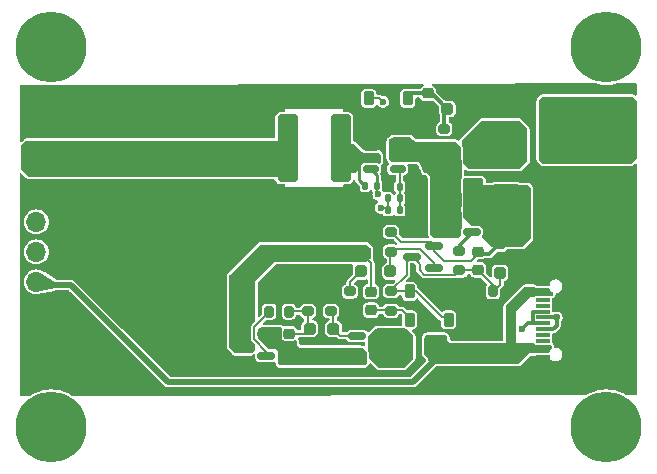
<source format=gbr>
G04 #@! TF.GenerationSoftware,KiCad,Pcbnew,8.0.8*
G04 #@! TF.CreationDate,2025-07-16T13:43:26+07:00*
G04 #@! TF.ProjectId,USBC_Prog_A7677S_V1.1,55534243-5f50-4726-9f67-5f4137363737,rev?*
G04 #@! TF.SameCoordinates,Original*
G04 #@! TF.FileFunction,Copper,L1,Top*
G04 #@! TF.FilePolarity,Positive*
%FSLAX46Y46*%
G04 Gerber Fmt 4.6, Leading zero omitted, Abs format (unit mm)*
G04 Created by KiCad (PCBNEW 8.0.8) date 2025-07-16 13:43:26*
%MOMM*%
%LPD*%
G01*
G04 APERTURE LIST*
G04 Aperture macros list*
%AMRoundRect*
0 Rectangle with rounded corners*
0 $1 Rounding radius*
0 $2 $3 $4 $5 $6 $7 $8 $9 X,Y pos of 4 corners*
0 Add a 4 corners polygon primitive as box body*
4,1,4,$2,$3,$4,$5,$6,$7,$8,$9,$2,$3,0*
0 Add four circle primitives for the rounded corners*
1,1,$1+$1,$2,$3*
1,1,$1+$1,$4,$5*
1,1,$1+$1,$6,$7*
1,1,$1+$1,$8,$9*
0 Add four rect primitives between the rounded corners*
20,1,$1+$1,$2,$3,$4,$5,0*
20,1,$1+$1,$4,$5,$6,$7,0*
20,1,$1+$1,$6,$7,$8,$9,0*
20,1,$1+$1,$8,$9,$2,$3,0*%
G04 Aperture macros list end*
G04 #@! TA.AperFunction,ComponentPad*
%ADD10C,6.000000*%
G04 #@! TD*
G04 #@! TA.AperFunction,SMDPad,CuDef*
%ADD11RoundRect,0.200000X0.275000X-0.200000X0.275000X0.200000X-0.275000X0.200000X-0.275000X-0.200000X0*%
G04 #@! TD*
G04 #@! TA.AperFunction,SMDPad,CuDef*
%ADD12RoundRect,0.225000X0.250000X-0.225000X0.250000X0.225000X-0.250000X0.225000X-0.250000X-0.225000X0*%
G04 #@! TD*
G04 #@! TA.AperFunction,SMDPad,CuDef*
%ADD13RoundRect,0.250000X0.475000X-0.250000X0.475000X0.250000X-0.475000X0.250000X-0.475000X-0.250000X0*%
G04 #@! TD*
G04 #@! TA.AperFunction,SMDPad,CuDef*
%ADD14RoundRect,0.140000X0.140000X0.170000X-0.140000X0.170000X-0.140000X-0.170000X0.140000X-0.170000X0*%
G04 #@! TD*
G04 #@! TA.AperFunction,SMDPad,CuDef*
%ADD15RoundRect,0.250000X0.250000X-0.250000X0.250000X0.250000X-0.250000X0.250000X-0.250000X-0.250000X0*%
G04 #@! TD*
G04 #@! TA.AperFunction,SMDPad,CuDef*
%ADD16RoundRect,0.250000X-0.625000X0.375000X-0.625000X-0.375000X0.625000X-0.375000X0.625000X0.375000X0*%
G04 #@! TD*
G04 #@! TA.AperFunction,SMDPad,CuDef*
%ADD17RoundRect,0.135000X0.135000X0.185000X-0.135000X0.185000X-0.135000X-0.185000X0.135000X-0.185000X0*%
G04 #@! TD*
G04 #@! TA.AperFunction,SMDPad,CuDef*
%ADD18RoundRect,0.150000X0.587500X0.150000X-0.587500X0.150000X-0.587500X-0.150000X0.587500X-0.150000X0*%
G04 #@! TD*
G04 #@! TA.AperFunction,SMDPad,CuDef*
%ADD19RoundRect,0.135000X-0.135000X-0.185000X0.135000X-0.185000X0.135000X0.185000X-0.135000X0.185000X0*%
G04 #@! TD*
G04 #@! TA.AperFunction,SMDPad,CuDef*
%ADD20RoundRect,0.250000X-0.600000X-2.600000X0.600000X-2.600000X0.600000X2.600000X-0.600000X2.600000X0*%
G04 #@! TD*
G04 #@! TA.AperFunction,ComponentPad*
%ADD21R,1.700000X1.700000*%
G04 #@! TD*
G04 #@! TA.AperFunction,ComponentPad*
%ADD22O,1.700000X1.700000*%
G04 #@! TD*
G04 #@! TA.AperFunction,SMDPad,CuDef*
%ADD23RoundRect,0.225000X-0.250000X0.225000X-0.250000X-0.225000X0.250000X-0.225000X0.250000X0.225000X0*%
G04 #@! TD*
G04 #@! TA.AperFunction,SMDPad,CuDef*
%ADD24RoundRect,0.140000X-0.140000X-0.170000X0.140000X-0.170000X0.140000X0.170000X-0.140000X0.170000X0*%
G04 #@! TD*
G04 #@! TA.AperFunction,SMDPad,CuDef*
%ADD25C,4.000000*%
G04 #@! TD*
G04 #@! TA.AperFunction,SMDPad,CuDef*
%ADD26RoundRect,0.150000X-0.587500X-0.150000X0.587500X-0.150000X0.587500X0.150000X-0.587500X0.150000X0*%
G04 #@! TD*
G04 #@! TA.AperFunction,SMDPad,CuDef*
%ADD27RoundRect,0.150000X0.512500X0.150000X-0.512500X0.150000X-0.512500X-0.150000X0.512500X-0.150000X0*%
G04 #@! TD*
G04 #@! TA.AperFunction,SMDPad,CuDef*
%ADD28RoundRect,0.225000X-0.225000X-0.375000X0.225000X-0.375000X0.225000X0.375000X-0.225000X0.375000X0*%
G04 #@! TD*
G04 #@! TA.AperFunction,SMDPad,CuDef*
%ADD29RoundRect,0.250000X-1.000000X-0.900000X1.000000X-0.900000X1.000000X0.900000X-1.000000X0.900000X0*%
G04 #@! TD*
G04 #@! TA.AperFunction,SMDPad,CuDef*
%ADD30RoundRect,0.200000X-0.275000X0.200000X-0.275000X-0.200000X0.275000X-0.200000X0.275000X0.200000X0*%
G04 #@! TD*
G04 #@! TA.AperFunction,SMDPad,CuDef*
%ADD31RoundRect,0.250000X-1.025000X0.875000X-1.025000X-0.875000X1.025000X-0.875000X1.025000X0.875000X0*%
G04 #@! TD*
G04 #@! TA.AperFunction,ComponentPad*
%ADD32O,1.800000X1.000000*%
G04 #@! TD*
G04 #@! TA.AperFunction,ComponentPad*
%ADD33O,2.100000X1.000000*%
G04 #@! TD*
G04 #@! TA.AperFunction,SMDPad,CuDef*
%ADD34R,1.150000X0.300000*%
G04 #@! TD*
G04 #@! TA.AperFunction,SMDPad,CuDef*
%ADD35R,1.150000X0.600000*%
G04 #@! TD*
G04 #@! TA.AperFunction,SMDPad,CuDef*
%ADD36RoundRect,0.250000X-0.250000X0.250000X-0.250000X-0.250000X0.250000X-0.250000X0.250000X0.250000X0*%
G04 #@! TD*
G04 #@! TA.AperFunction,SMDPad,CuDef*
%ADD37RoundRect,0.250000X0.250000X0.475000X-0.250000X0.475000X-0.250000X-0.475000X0.250000X-0.475000X0*%
G04 #@! TD*
G04 #@! TA.AperFunction,SMDPad,CuDef*
%ADD38RoundRect,0.200000X-0.200000X-0.275000X0.200000X-0.275000X0.200000X0.275000X-0.200000X0.275000X0*%
G04 #@! TD*
G04 #@! TA.AperFunction,SMDPad,CuDef*
%ADD39RoundRect,0.250000X-0.250000X-0.250000X0.250000X-0.250000X0.250000X0.250000X-0.250000X0.250000X0*%
G04 #@! TD*
G04 #@! TA.AperFunction,SMDPad,CuDef*
%ADD40RoundRect,0.250000X0.375000X0.625000X-0.375000X0.625000X-0.375000X-0.625000X0.375000X-0.625000X0*%
G04 #@! TD*
G04 #@! TA.AperFunction,SMDPad,CuDef*
%ADD41RoundRect,0.250000X0.250000X0.250000X-0.250000X0.250000X-0.250000X-0.250000X0.250000X-0.250000X0*%
G04 #@! TD*
G04 #@! TA.AperFunction,ViaPad*
%ADD42C,0.600000*%
G04 #@! TD*
G04 #@! TA.AperFunction,Conductor*
%ADD43C,0.500000*%
G04 #@! TD*
G04 #@! TA.AperFunction,Conductor*
%ADD44C,0.200000*%
G04 #@! TD*
G04 #@! TA.AperFunction,Conductor*
%ADD45C,0.300000*%
G04 #@! TD*
G04 #@! TA.AperFunction,Conductor*
%ADD46C,0.250000*%
G04 #@! TD*
G04 APERTURE END LIST*
D10*
G04 #@! TO.P,TP6,1,1*
G04 #@! TO.N,unconnected-(TP6-Pad1)*
X131500000Y-97400000D03*
G04 #@! TD*
G04 #@! TO.P,TP5,1,1*
G04 #@! TO.N,unconnected-(TP5-Pad1)*
X131500000Y-65200000D03*
G04 #@! TD*
G04 #@! TO.P,TP4,1,1*
G04 #@! TO.N,unconnected-(TP4-Pad1)*
X84500000Y-97400000D03*
G04 #@! TD*
G04 #@! TO.P,TP3,1,1*
G04 #@! TO.N,unconnected-(TP3-Pad1)*
X84500000Y-65200000D03*
G04 #@! TD*
D11*
G04 #@! TO.P,R40,1*
G04 #@! TO.N,Net-(D14-A)*
X119075000Y-84125000D03*
G04 #@! TO.P,R40,2*
G04 #@! TO.N,Net-(Q12-G)*
X119075000Y-82475000D03*
G04 #@! TD*
G04 #@! TO.P,R4,1*
G04 #@! TO.N,Net-(D3-A)*
X106250000Y-87575000D03*
G04 #@! TO.P,R4,2*
G04 #@! TO.N,GND*
X106250000Y-85925000D03*
G04 #@! TD*
D12*
G04 #@! TO.P,C41,1*
G04 #@! TO.N,VBUS*
X121200000Y-91075000D03*
G04 #@! TO.P,C41,2*
G04 #@! TO.N,GND*
X121200000Y-89525000D03*
G04 #@! TD*
D13*
G04 #@! TO.P,C40,1*
G04 #@! TO.N,VLTE*
X100050000Y-74100000D03*
G04 #@! TO.P,C40,2*
G04 #@! TO.N,GND*
X100050000Y-72200000D03*
G04 #@! TD*
D14*
G04 #@! TO.P,C37,1*
G04 #@! TO.N,Net-(D2-K)*
X112055000Y-76950000D03*
G04 #@! TO.P,C37,2*
G04 #@! TO.N,Net-(U3-SW)*
X111095000Y-76950000D03*
G04 #@! TD*
G04 #@! TO.P,C36,1*
G04 #@! TO.N,VIN+*
X116380000Y-75500000D03*
G04 #@! TO.P,C36,2*
G04 #@! TO.N,GND*
X115420000Y-75500000D03*
G04 #@! TD*
D15*
G04 #@! TO.P,D4,1,K*
G04 #@! TO.N,Net-(D3-K)*
X108400000Y-91550000D03*
G04 #@! TO.P,D4,2,A*
G04 #@! TO.N,Net-(D4-A)*
X108400000Y-89050000D03*
G04 #@! TD*
D12*
G04 #@! TO.P,C1,1*
G04 #@! TO.N,VBUS*
X119640000Y-91090000D03*
G04 #@! TO.P,C1,2*
G04 #@! TO.N,GND*
X119640000Y-89540000D03*
G04 #@! TD*
D16*
G04 #@! TO.P,F2,1*
G04 #@! TO.N,Net-(D6-K)*
X120210000Y-74120000D03*
G04 #@! TO.P,F2,2*
G04 #@! TO.N,Net-(D14-K)*
X120210000Y-76920000D03*
G04 #@! TD*
D13*
G04 #@! TO.P,C34,1*
G04 #@! TO.N,VIN+*
X115800000Y-74100000D03*
G04 #@! TO.P,C34,2*
G04 #@! TO.N,GND*
X115800000Y-72200000D03*
G04 #@! TD*
D17*
G04 #@! TO.P,R26,1*
G04 #@! TO.N,Net-(U3-FB)*
X114035000Y-77025000D03*
G04 #@! TO.P,R26,2*
G04 #@! TO.N,GND*
X113015000Y-77025000D03*
G04 #@! TD*
D18*
G04 #@! TO.P,Q2,1,G*
G04 #@! TO.N,Net-(Q2-G)*
X102737500Y-91375000D03*
G04 #@! TO.P,Q2,2,S*
G04 #@! TO.N,Net-(D3-K)*
X102737500Y-89475000D03*
G04 #@! TO.P,Q2,3,D*
G04 #@! TO.N,VIN+*
X100862500Y-90425000D03*
G04 #@! TD*
D13*
G04 #@! TO.P,C39,1*
G04 #@! TO.N,VLTE*
X102100000Y-74100000D03*
G04 #@! TO.P,C39,2*
G04 #@! TO.N,GND*
X102100000Y-72200000D03*
G04 #@! TD*
D19*
G04 #@! TO.P,R29,1*
G04 #@! TO.N,VLTE*
X113015000Y-78025000D03*
G04 #@! TO.P,R29,2*
G04 #@! TO.N,Net-(U3-FB)*
X114035000Y-78025000D03*
G04 #@! TD*
D20*
G04 #@! TO.P,L1,1*
G04 #@! TO.N,VLTE*
X104526094Y-73774164D03*
G04 #@! TO.P,L1,2*
G04 #@! TO.N,Net-(U3-SW)*
X109026094Y-73774164D03*
G04 #@! TD*
D21*
G04 #@! TO.P,J3,1,Pin_1*
G04 #@! TO.N,VLTE*
X83250000Y-74925000D03*
D22*
G04 #@! TO.P,J3,2,Pin_2*
G04 #@! TO.N,GND*
X83250000Y-77465000D03*
G04 #@! TO.P,J3,3,Pin_3*
G04 #@! TO.N,DM*
X83250000Y-80005000D03*
G04 #@! TO.P,J3,4,Pin_4*
G04 #@! TO.N,DP*
X83250000Y-82545000D03*
G04 #@! TO.P,J3,5,Pin_5*
G04 #@! TO.N,VBUS*
X83250000Y-85085000D03*
G04 #@! TD*
D23*
G04 #@! TO.P,C29,1*
G04 #@! TO.N,Net-(D14-K)*
X120650000Y-82525000D03*
G04 #@! TO.P,C29,2*
G04 #@! TO.N,Net-(D14-A)*
X120650000Y-84075000D03*
G04 #@! TD*
D24*
G04 #@! TO.P,C38,1*
G04 #@! TO.N,VLTE*
X113045000Y-79025000D03*
G04 #@! TO.P,C38,2*
G04 #@! TO.N,Net-(U3-FB)*
X114005000Y-79025000D03*
G04 #@! TD*
D25*
G04 #@! TO.P,TP1,1,1*
G04 #@! TO.N,GND*
X131400000Y-79330000D03*
G04 #@! TD*
D26*
G04 #@! TO.P,Q1,1,G*
G04 #@! TO.N,Net-(D4-A)*
X110412500Y-89650000D03*
G04 #@! TO.P,Q1,2,S*
G04 #@! TO.N,Net-(D3-K)*
X110412500Y-91550000D03*
G04 #@! TO.P,Q1,3,D*
G04 #@! TO.N,Net-(Q1-D)*
X112287500Y-90600000D03*
G04 #@! TD*
D27*
G04 #@! TO.P,U3,1,FB*
G04 #@! TO.N,Net-(U3-FB)*
X113837500Y-75550000D03*
G04 #@! TO.P,U3,2,EN*
G04 #@! TO.N,VIN+*
X113837500Y-74600000D03*
G04 #@! TO.P,U3,3,IN*
X113837500Y-73650000D03*
G04 #@! TO.P,U3,4,GND*
G04 #@! TO.N,GND*
X111562500Y-73650000D03*
G04 #@! TO.P,U3,5,SW*
G04 #@! TO.N,Net-(U3-SW)*
X111562500Y-74600000D03*
G04 #@! TO.P,U3,6,BST*
G04 #@! TO.N,Net-(D2-K)*
X111562500Y-75550000D03*
G04 #@! TD*
D28*
G04 #@! TO.P,D5,1,K*
G04 #@! TO.N,Net-(D14-A)*
X114850000Y-85900000D03*
G04 #@! TO.P,D5,2,A*
G04 #@! TO.N,GND*
X118150000Y-85900000D03*
G04 #@! TD*
D29*
G04 #@! TO.P,D8,1,K*
G04 #@! TO.N,Net-(D14-K)*
X123032500Y-78000000D03*
G04 #@! TO.P,D8,2,A*
G04 #@! TO.N,GND*
X127332500Y-78000000D03*
G04 #@! TD*
D30*
G04 #@! TO.P,R30,1*
G04 #@! TO.N,Net-(D14-K)*
X113300000Y-80875000D03*
G04 #@! TO.P,R30,2*
G04 #@! TO.N,Net-(D13-K)*
X113300000Y-82525000D03*
G04 #@! TD*
D31*
G04 #@! TO.P,C4,1*
G04 #@! TO.N,VLTE*
X94800000Y-74575000D03*
G04 #@! TO.P,C4,2*
G04 #@! TO.N,GND*
X94800000Y-80975000D03*
G04 #@! TD*
D18*
G04 #@! TO.P,Q12,1,G*
G04 #@! TO.N,Net-(Q12-G)*
X120137500Y-80850000D03*
G04 #@! TO.P,Q12,2,S*
G04 #@! TO.N,Net-(D14-K)*
X120137500Y-78950000D03*
G04 #@! TO.P,Q12,3,D*
G04 #@! TO.N,VIN+*
X118262500Y-79900000D03*
G04 #@! TD*
D32*
G04 #@! TO.P,J1,SH4,SHELL_GND__3*
G04 #@! TO.N,GND*
X130900000Y-84030000D03*
G04 #@! TO.P,J1,SH3,SHELL_GND__2*
X130900000Y-92670000D03*
D33*
G04 #@! TO.P,J1,SH2,SHELL_GND__1*
X126720000Y-84030000D03*
G04 #@! TO.P,J1,SH1,SHELL_GND*
X126720000Y-92670000D03*
D34*
G04 #@! TO.P,J1,B8,SBU2*
G04 #@! TO.N,unconnected-(J1-SBU2-PadB8)*
X126145000Y-90100000D03*
G04 #@! TO.P,J1,B7,DN2*
G04 #@! TO.N,DM*
X126145000Y-89100000D03*
G04 #@! TO.P,J1,B6,DP2*
G04 #@! TO.N,DP*
X126145000Y-87600000D03*
G04 #@! TO.P,J1,B5,CC2*
G04 #@! TO.N,CC2*
X126145000Y-86600000D03*
D35*
G04 #@! TO.P,J1,B4_A9,VBUS__1*
G04 #@! TO.N,VBUS*
X126145000Y-85950000D03*
G04 #@! TO.P,J1,B1_A12,GND__1*
G04 #@! TO.N,GND*
X126145000Y-85150000D03*
D34*
G04 #@! TO.P,J1,A8,SBU1*
G04 #@! TO.N,unconnected-(J1-SBU1-PadA8)*
X126145000Y-87100000D03*
G04 #@! TO.P,J1,A7,DN1*
G04 #@! TO.N,DM*
X126145000Y-88100000D03*
G04 #@! TO.P,J1,A6,DP1*
G04 #@! TO.N,DP*
X126145000Y-88600000D03*
G04 #@! TO.P,J1,A5,CC1*
G04 #@! TO.N,CC1*
X126145000Y-89600000D03*
D35*
G04 #@! TO.P,J1,A4_B9,VBUS*
G04 #@! TO.N,VBUS*
X126145000Y-90750000D03*
G04 #@! TO.P,J1,A1_B12,GND*
G04 #@! TO.N,GND*
X126145000Y-91550000D03*
G04 #@! TD*
D11*
G04 #@! TO.P,R43,1*
G04 #@! TO.N,Net-(D7-K)*
X113300000Y-87525000D03*
G04 #@! TO.P,R43,2*
G04 #@! TO.N,Net-(D14-A)*
X113300000Y-85875000D03*
G04 #@! TD*
D29*
G04 #@! TO.P,D6,1,K*
G04 #@! TO.N,Net-(D6-K)*
X123050000Y-73130000D03*
G04 #@! TO.P,D6,2,A*
G04 #@! TO.N,/12V*
X127350000Y-73130000D03*
G04 #@! TD*
D36*
G04 #@! TO.P,D14,1,K*
G04 #@! TO.N,Net-(D14-K)*
X122510000Y-81822500D03*
G04 #@! TO.P,D14,2,A*
G04 #@! TO.N,Net-(D14-A)*
X122510000Y-84322500D03*
G04 #@! TD*
D37*
G04 #@! TO.P,C15,1*
G04 #@! TO.N,VIN+*
X117650000Y-77100000D03*
G04 #@! TO.P,C15,2*
G04 #@! TO.N,GND*
X115750000Y-77100000D03*
G04 #@! TD*
D15*
G04 #@! TO.P,D3,1,K*
G04 #@! TO.N,Net-(D3-K)*
X106400000Y-91550000D03*
G04 #@! TO.P,D3,2,A*
G04 #@! TO.N,Net-(D3-A)*
X106400000Y-89050000D03*
G04 #@! TD*
D12*
G04 #@! TO.P,C3,1*
G04 #@! TO.N,Net-(D3-K)*
X104650000Y-91025000D03*
G04 #@! TO.P,C3,2*
G04 #@! TO.N,Net-(D3-A)*
X104650000Y-89475000D03*
G04 #@! TD*
D38*
G04 #@! TO.P,R3,1*
G04 #@! TO.N,Net-(Q2-G)*
X102975000Y-87600000D03*
G04 #@! TO.P,R3,2*
G04 #@! TO.N,Net-(D3-A)*
X104625000Y-87600000D03*
G04 #@! TD*
D30*
G04 #@! TO.P,R2,1*
G04 #@! TO.N,Net-(D1-K)*
X117800000Y-72155000D03*
G04 #@! TO.P,R2,2*
G04 #@! TO.N,VIN+*
X117800000Y-73805000D03*
G04 #@! TD*
D39*
G04 #@! TO.P,D1,1,K*
G04 #@! TO.N,Net-(D1-K)*
X118042500Y-70450000D03*
G04 #@! TO.P,D1,2,A*
G04 #@! TO.N,GND*
X120542500Y-70450000D03*
G04 #@! TD*
D12*
G04 #@! TO.P,C5,1*
G04 #@! TO.N,VLTE*
X98050000Y-73975000D03*
G04 #@! TO.P,C5,2*
G04 #@! TO.N,GND*
X98050000Y-72425000D03*
G04 #@! TD*
D25*
G04 #@! TO.P,TP10,1,1*
G04 #@! TO.N,/12V*
X131400000Y-72830000D03*
G04 #@! TD*
D38*
G04 #@! TO.P,R39,1*
G04 #@! TO.N,GND*
X120275000Y-85900000D03*
G04 #@! TO.P,R39,2*
G04 #@! TO.N,Net-(D14-A)*
X121925000Y-85900000D03*
G04 #@! TD*
D28*
G04 #@! TO.P,D2,1,K*
G04 #@! TO.N,Net-(D2-K)*
X111400000Y-69550000D03*
G04 #@! TO.P,D2,2,A*
G04 #@! TO.N,Net-(D1-K)*
X114700000Y-69550000D03*
G04 #@! TD*
D23*
G04 #@! TO.P,C2,1*
G04 #@! TO.N,Net-(D1-K)*
X116400000Y-69125000D03*
G04 #@! TO.P,C2,2*
G04 #@! TO.N,GND*
X116400000Y-70675000D03*
G04 #@! TD*
D40*
G04 #@! TO.P,F1,1*
G04 #@! TO.N,VBUS*
X117025000Y-90900000D03*
G04 #@! TO.P,F1,2*
G04 #@! TO.N,Net-(Q1-D)*
X114225000Y-90900000D03*
G04 #@! TD*
D11*
G04 #@! TO.P,R1,1*
G04 #@! TO.N,Net-(D4-A)*
X108175000Y-87575000D03*
G04 #@! TO.P,R1,2*
G04 #@! TO.N,GND*
X108175000Y-85925000D03*
G04 #@! TD*
D23*
G04 #@! TO.P,C30,1*
G04 #@! TO.N,VIN+*
X111600000Y-85925000D03*
G04 #@! TO.P,C30,2*
G04 #@! TO.N,Net-(D7-K)*
X111600000Y-87475000D03*
G04 #@! TD*
D18*
G04 #@! TO.P,Q3,1,B*
G04 #@! TO.N,Net-(D13-K)*
X116937500Y-83912500D03*
G04 #@! TO.P,Q3,2,E*
G04 #@! TO.N,Net-(D14-K)*
X116937500Y-82012500D03*
G04 #@! TO.P,Q3,3,C*
G04 #@! TO.N,Net-(D14-A)*
X115062500Y-82962500D03*
G04 #@! TD*
D11*
G04 #@! TO.P,R38,1*
G04 #@! TO.N,GND*
X109800000Y-87550000D03*
G04 #@! TO.P,R38,2*
G04 #@! TO.N,Net-(D13-A)*
X109800000Y-85900000D03*
G04 #@! TD*
D28*
G04 #@! TO.P,D7,1,K*
G04 #@! TO.N,Net-(D7-K)*
X114850000Y-88300000D03*
G04 #@! TO.P,D7,2,A*
G04 #@! TO.N,Net-(D14-A)*
X118150000Y-88300000D03*
G04 #@! TD*
D41*
G04 #@! TO.P,D13,1,K*
G04 #@! TO.N,Net-(D13-K)*
X113225000Y-84200000D03*
G04 #@! TO.P,D13,2,A*
G04 #@! TO.N,Net-(D13-A)*
X110725000Y-84200000D03*
G04 #@! TD*
D42*
G04 #@! TO.N,GND*
X94800000Y-79100000D03*
X93800000Y-79100000D03*
X129350000Y-87900000D03*
X119200000Y-85500000D03*
X123875000Y-94125000D03*
X125800000Y-80700000D03*
X111800000Y-71700000D03*
X115675000Y-79800000D03*
X128800000Y-80700000D03*
X127800000Y-80700000D03*
X115000000Y-78200000D03*
X115675000Y-80800000D03*
X99000000Y-70850000D03*
X129350000Y-88900000D03*
X111800000Y-72500000D03*
X127800000Y-79700000D03*
X112800000Y-76200000D03*
X121950000Y-70280000D03*
X114300000Y-71700000D03*
X115000000Y-77200000D03*
X106800000Y-84750000D03*
X96600000Y-70850000D03*
X126800000Y-80700000D03*
X113400000Y-71700000D03*
X96000000Y-91700000D03*
X110900000Y-71700000D03*
X100200000Y-70850000D03*
X107800000Y-84750000D03*
X97800000Y-70850000D03*
X96825000Y-91700000D03*
X110900000Y-72500000D03*
X91700000Y-79100000D03*
X119200000Y-86500000D03*
X124825000Y-94125000D03*
X92700000Y-79100000D03*
X126800000Y-79700000D03*
X103000000Y-85900000D03*
X104000000Y-85900000D03*
X122850000Y-70280000D03*
X129350000Y-86900000D03*
X129350000Y-90900000D03*
X129350000Y-89900000D03*
X125800000Y-79700000D03*
X129350000Y-85900000D03*
X128800000Y-79700000D03*
G04 #@! TO.N,VLTE*
X112400000Y-78800000D03*
X102752396Y-75779186D03*
G04 #@! TO.N,VIN+*
X117700000Y-79350000D03*
X111050000Y-82950000D03*
X110350000Y-82300000D03*
X118650000Y-78350000D03*
X110350000Y-82950000D03*
X117700000Y-78350000D03*
X118650000Y-79350000D03*
X111050000Y-82300000D03*
G04 #@! TO.N,Net-(D2-K)*
X112200000Y-77675000D03*
X112600000Y-69850000D03*
G04 #@! TO.N,DM*
X127300000Y-88100000D03*
G04 #@! TO.N,DP*
X124400000Y-89050000D03*
G04 #@! TO.N,Net-(D14-K)*
X122170000Y-80680000D03*
X121020000Y-78050000D03*
X122170000Y-79610000D03*
X123170000Y-79610000D03*
X120020000Y-78050000D03*
X124170000Y-79610000D03*
X124170000Y-80680000D03*
X123170000Y-80680000D03*
G04 #@! TO.N,Net-(D6-K)*
X122000000Y-75000000D03*
X123000000Y-75000000D03*
X121000000Y-73000000D03*
X120000000Y-73000000D03*
X124000000Y-75000000D03*
G04 #@! TD*
D43*
G04 #@! TO.N,VBUS*
X115136000Y-93564000D02*
X94414000Y-93564000D01*
X94414000Y-93564000D02*
X86204000Y-85354000D01*
D44*
X117025000Y-91225000D02*
X116980000Y-91270000D01*
D43*
X117025000Y-91675000D02*
X115136000Y-93564000D01*
X83519000Y-85354000D02*
X83250000Y-85085000D01*
X86204000Y-85354000D02*
X83519000Y-85354000D01*
D44*
X117025000Y-90900000D02*
X117025000Y-91225000D01*
D43*
X117025000Y-90900000D02*
X117025000Y-91675000D01*
D44*
G04 #@! TO.N,GND*
X131250000Y-81050000D02*
X131300000Y-81000000D01*
G04 #@! TO.N,VLTE*
X113045000Y-79025000D02*
X113045000Y-78055000D01*
X112820000Y-78800000D02*
X113045000Y-79025000D01*
X113045000Y-78055000D02*
X113015000Y-78025000D01*
X112400000Y-78800000D02*
X112820000Y-78800000D01*
D45*
G04 #@! TO.N,Net-(Q12-G)*
X119125000Y-82700000D02*
X119125000Y-81962500D01*
X119125000Y-81962500D02*
X120137500Y-80950000D01*
D44*
G04 #@! TO.N,VIN+*
X111600000Y-83500000D02*
X111050000Y-82950000D01*
X111600000Y-85925000D02*
X111600000Y-83500000D01*
D45*
G04 #@! TO.N,Net-(D1-K)*
X116717500Y-69125000D02*
X115125000Y-69125000D01*
X117800000Y-70207500D02*
X116717500Y-69125000D01*
X115125000Y-69125000D02*
X114700000Y-69550000D01*
X117800000Y-72155000D02*
X117800000Y-70207500D01*
D44*
G04 #@! TO.N,Net-(D2-K)*
X112600000Y-69850000D02*
X112300000Y-69550000D01*
X112300000Y-69550000D02*
X111400000Y-69550000D01*
X112200000Y-77675000D02*
X112080000Y-77555000D01*
X112080000Y-77555000D02*
X112080000Y-76800000D01*
D46*
X112080000Y-76800000D02*
X112080000Y-76067500D01*
X112080000Y-76067500D02*
X111562500Y-75550000D01*
D44*
G04 #@! TO.N,Net-(Q2-G)*
X101700000Y-89949500D02*
X101700000Y-88875000D01*
X102737500Y-90987000D02*
X101700000Y-89949500D01*
X102737500Y-91375000D02*
X102737500Y-90987000D01*
X101700000Y-88875000D02*
X102975000Y-87600000D01*
G04 #@! TO.N,Net-(D3-K)*
X108225000Y-91575000D02*
X110387500Y-91575000D01*
X110387500Y-91575000D02*
X110412500Y-91550000D01*
X104650000Y-91475000D02*
X108125000Y-91475000D01*
X102887500Y-89512500D02*
X104650000Y-91275000D01*
X104650000Y-91275000D02*
X104650000Y-91475000D01*
X108125000Y-91475000D02*
X108225000Y-91575000D01*
G04 #@! TO.N,Net-(D3-A)*
X105975000Y-89475000D02*
X106400000Y-89050000D01*
X106410000Y-89040000D02*
X106400000Y-89050000D01*
X106400000Y-89050000D02*
X106250000Y-88900000D01*
X104650000Y-89475000D02*
X105975000Y-89475000D01*
X106250000Y-88900000D02*
X106250000Y-87575000D01*
X104650000Y-87575000D02*
X104625000Y-87600000D01*
X106250000Y-87575000D02*
X104650000Y-87575000D01*
G04 #@! TO.N,Net-(D4-A)*
X108400000Y-87800000D02*
X108175000Y-87575000D01*
X110412500Y-89650000D02*
X109000000Y-89650000D01*
X108400000Y-89050000D02*
X108400000Y-87800000D01*
X109000000Y-89650000D02*
X108400000Y-89050000D01*
G04 #@! TO.N,Net-(D14-A)*
X121925000Y-85900000D02*
X121925000Y-85350000D01*
X120600000Y-84125000D02*
X120650000Y-84075000D01*
X113325000Y-85900000D02*
X114850000Y-85900000D01*
X118150000Y-88100000D02*
X117600000Y-88100000D01*
X115400000Y-85900000D02*
X114850000Y-85900000D01*
X115062500Y-82962500D02*
X114600000Y-83425000D01*
X121925000Y-85350000D02*
X120650000Y-84075000D01*
X114600000Y-83425000D02*
X114600000Y-84500000D01*
X114600000Y-84500000D02*
X113300000Y-85800000D01*
X117600000Y-88100000D02*
X115400000Y-85900000D01*
X113300000Y-85875000D02*
X113325000Y-85900000D01*
X115700000Y-83600000D02*
X115062500Y-82962500D01*
X119075000Y-84125000D02*
X118733500Y-84466500D01*
X118733500Y-84466500D02*
X116066500Y-84466500D01*
X119075000Y-84125000D02*
X120600000Y-84125000D01*
X115700000Y-84100000D02*
X115700000Y-83600000D01*
X122510000Y-84322500D02*
X122510000Y-85315000D01*
X113300000Y-85800000D02*
X113300000Y-85875000D01*
X122510000Y-85315000D02*
X121925000Y-85900000D01*
X116066500Y-84466500D02*
X115700000Y-84100000D01*
D45*
G04 #@! TO.N,DM*
X127020000Y-89100000D02*
X127300000Y-88820000D01*
X127300000Y-88100000D02*
X126145000Y-88100000D01*
X127300000Y-88820000D02*
X127300000Y-88100000D01*
X126145000Y-89100000D02*
X127020000Y-89100000D01*
G04 #@! TO.N,DP*
X126145000Y-87600000D02*
X125270000Y-87600000D01*
X124850000Y-88600000D02*
X124400000Y-89050000D01*
X125266000Y-88596000D02*
X125270000Y-88600000D01*
X126145000Y-88600000D02*
X124850000Y-88600000D01*
X125270000Y-88600000D02*
X126145000Y-88600000D01*
X125270000Y-87600000D02*
X125266000Y-87604000D01*
X125266000Y-87604000D02*
X125266000Y-88596000D01*
G04 #@! TO.N,Net-(D14-K)*
X120650000Y-82750000D02*
X121582500Y-82750000D01*
D44*
X116937500Y-82012500D02*
X116937500Y-82497354D01*
X116937500Y-82497354D02*
X117794146Y-83354000D01*
X114125000Y-81700000D02*
X113300000Y-80875000D01*
X116937500Y-82012500D02*
X116625000Y-81700000D01*
X116625000Y-81700000D02*
X114125000Y-81700000D01*
D45*
X121582500Y-82750000D02*
X122510000Y-81822500D01*
D44*
X120046000Y-83354000D02*
X120650000Y-82750000D01*
X117794146Y-83354000D02*
X120046000Y-83354000D01*
G04 #@! TO.N,Net-(D7-K)*
X111600000Y-87475000D02*
X114225000Y-87475000D01*
X114225000Y-87475000D02*
X114850000Y-88100000D01*
G04 #@! TO.N,Net-(D13-K)*
X113225000Y-84200000D02*
X113225000Y-82600000D01*
X115750000Y-82275000D02*
X116937500Y-83462500D01*
X113225000Y-82600000D02*
X113550000Y-82275000D01*
X116937500Y-83462500D02*
X116937500Y-83912500D01*
X113550000Y-82275000D02*
X115750000Y-82275000D01*
G04 #@! TO.N,Net-(D13-A)*
X109800000Y-85900000D02*
X109800000Y-85125000D01*
X109800000Y-85125000D02*
X110725000Y-84200000D01*
G04 #@! TO.N,Net-(U3-FB)*
X113980000Y-79000000D02*
X114005000Y-79025000D01*
X114005000Y-75717500D02*
X113837500Y-75550000D01*
X114005000Y-79025000D02*
X114005000Y-75717500D01*
D46*
G04 #@! TO.N,Net-(U3-SW)*
X109175000Y-75030000D02*
X109175000Y-74300000D01*
D44*
X109475000Y-74600000D02*
X109175000Y-74300000D01*
D46*
X110572500Y-76427500D02*
X110572500Y-75027500D01*
X111095000Y-76950000D02*
X110572500Y-76427500D01*
X110572500Y-75027500D02*
X111000000Y-74600000D01*
D44*
X111562500Y-74600000D02*
X109475000Y-74600000D01*
D46*
X111000000Y-74600000D02*
X111562500Y-74600000D01*
D44*
G04 #@! TO.N,Net-(D6-K)*
X120210000Y-74120000D02*
X122060000Y-74120000D01*
X122060000Y-74120000D02*
X123050000Y-73130000D01*
G04 #@! TD*
G04 #@! TA.AperFunction,Conductor*
G04 #@! TO.N,VIN+*
G36*
X114898185Y-72860265D02*
G01*
X114906271Y-72865929D01*
X115377680Y-73225000D01*
X118698638Y-73225000D01*
X118765677Y-73244685D01*
X118786319Y-73261319D01*
X119144285Y-73619285D01*
X119177770Y-73680608D01*
X119179656Y-73708294D01*
X119180500Y-73708294D01*
X119180500Y-74526839D01*
X119195500Y-74621552D01*
X119236485Y-74701987D01*
X119250000Y-74758282D01*
X119250000Y-76281716D01*
X119236485Y-76338010D01*
X119195501Y-76418445D01*
X119195500Y-76418448D01*
X119180500Y-76513160D01*
X119180500Y-77326839D01*
X119195500Y-77421552D01*
X119195501Y-77421554D01*
X119195502Y-77421555D01*
X119238984Y-77506893D01*
X119250000Y-77552774D01*
X119250000Y-78716348D01*
X119249469Y-78720323D01*
X119245500Y-78754536D01*
X119245500Y-79145463D01*
X119249475Y-79179726D01*
X119250000Y-79183654D01*
X119250000Y-80616348D01*
X119249469Y-80620323D01*
X119245500Y-80654536D01*
X119245500Y-81007411D01*
X119225815Y-81074450D01*
X119209181Y-81095092D01*
X118925593Y-81378681D01*
X118864270Y-81412166D01*
X118837912Y-81415000D01*
X117003862Y-81415000D01*
X116948845Y-81398845D01*
X116621283Y-81071283D01*
X116602834Y-81037496D01*
X116600000Y-81011138D01*
X116600000Y-76150000D01*
X116297164Y-75847164D01*
X116141341Y-75847164D01*
X116074302Y-75827479D01*
X116028547Y-75774675D01*
X116027027Y-75771209D01*
X115864186Y-75383760D01*
X115854500Y-75335715D01*
X115854500Y-75286034D01*
X115854500Y-75286032D01*
X115851643Y-75261406D01*
X115807170Y-75160685D01*
X115760997Y-75114512D01*
X115734365Y-75074878D01*
X115660866Y-74900000D01*
X113330756Y-74900000D01*
X113263717Y-74880315D01*
X113231556Y-74850400D01*
X113124800Y-74708058D01*
X113100324Y-74642615D01*
X113100000Y-74633658D01*
X113100000Y-73130749D01*
X113119685Y-73063710D01*
X113146709Y-73033784D01*
X113355175Y-72867615D01*
X113419868Y-72841222D01*
X113432466Y-72840580D01*
X114831146Y-72840580D01*
X114898185Y-72860265D01*
G37*
G04 #@! TD.AperFunction*
G04 #@! TD*
G04 #@! TA.AperFunction,Conductor*
G04 #@! TO.N,/12V*
G36*
X133725677Y-69419685D02*
G01*
X133746319Y-69436319D01*
X134033681Y-69723681D01*
X134067166Y-69785004D01*
X134070000Y-69811362D01*
X134070000Y-74608638D01*
X134050315Y-74675677D01*
X134033681Y-74696319D01*
X133656319Y-75073681D01*
X133594996Y-75107166D01*
X133568638Y-75110000D01*
X126221362Y-75110000D01*
X126154323Y-75090315D01*
X126133681Y-75073681D01*
X125826319Y-74766319D01*
X125792834Y-74704996D01*
X125790000Y-74678638D01*
X125790000Y-69791362D01*
X125809685Y-69724323D01*
X125826319Y-69703681D01*
X126093681Y-69436319D01*
X126155004Y-69402834D01*
X126181362Y-69400000D01*
X133658638Y-69400000D01*
X133725677Y-69419685D01*
G37*
G04 #@! TD.AperFunction*
G04 #@! TD*
G04 #@! TA.AperFunction,Conductor*
G04 #@! TO.N,Net-(U3-SW)*
G36*
X110167183Y-73418907D02*
G01*
X110178996Y-73428996D01*
X110850000Y-74100000D01*
X110850001Y-74100000D01*
X110859224Y-74103820D01*
X110886188Y-74110058D01*
X110948607Y-74140573D01*
X111016740Y-74150500D01*
X111016743Y-74150500D01*
X112108256Y-74150500D01*
X112108260Y-74150500D01*
X112176393Y-74140573D01*
X112176395Y-74140571D01*
X112183256Y-74139572D01*
X112243565Y-74149892D01*
X112267534Y-74167534D01*
X112371004Y-74271004D01*
X112398781Y-74325521D01*
X112400000Y-74341008D01*
X112400000Y-74958992D01*
X112381093Y-75017183D01*
X112371003Y-75028997D01*
X112336645Y-75063354D01*
X112282128Y-75091130D01*
X112223162Y-75082290D01*
X112176395Y-75059427D01*
X112149139Y-75055456D01*
X112108260Y-75049500D01*
X111016740Y-75049500D01*
X110982673Y-75054463D01*
X110948604Y-75059427D01*
X110843518Y-75110801D01*
X110760801Y-75193518D01*
X110709427Y-75298604D01*
X110699500Y-75366743D01*
X110699500Y-75409492D01*
X110680593Y-75467683D01*
X110670504Y-75479496D01*
X110303996Y-75846004D01*
X110249479Y-75873781D01*
X110233992Y-75875000D01*
X109716008Y-75875000D01*
X109657817Y-75856093D01*
X109646004Y-75846004D01*
X109228996Y-75428996D01*
X109201219Y-75374479D01*
X109200000Y-75358992D01*
X109200000Y-73841008D01*
X109218907Y-73782817D01*
X109228996Y-73771004D01*
X109571004Y-73428996D01*
X109625521Y-73401219D01*
X109641008Y-73400000D01*
X110108992Y-73400000D01*
X110167183Y-73418907D01*
G37*
G04 #@! TD.AperFunction*
G04 #@! TD*
G04 #@! TA.AperFunction,Conductor*
G04 #@! TO.N,VBUS*
G36*
X117890677Y-89574685D02*
G01*
X117911319Y-89591319D01*
X117993681Y-89673681D01*
X118027166Y-89735004D01*
X118030000Y-89761362D01*
X118030000Y-90005000D01*
X118314998Y-90289999D01*
X118314999Y-90289999D01*
X118315000Y-90290000D01*
X123000000Y-90295607D01*
X123000000Y-91425000D01*
X123225000Y-91650000D01*
X123700000Y-91650000D01*
X123875000Y-91475000D01*
X123875000Y-90296654D01*
X125350408Y-90298420D01*
X125417422Y-90318185D01*
X125453359Y-90353528D01*
X125458610Y-90361387D01*
X125509717Y-90395536D01*
X125509718Y-90395537D01*
X125554777Y-90404499D01*
X125554780Y-90404500D01*
X126723138Y-90404500D01*
X126790177Y-90424185D01*
X126810819Y-90440819D01*
X126838681Y-90468681D01*
X126872166Y-90530004D01*
X126875000Y-90556362D01*
X126875000Y-90719758D01*
X126855315Y-90786797D01*
X126838681Y-90807439D01*
X126759487Y-90886632D01*
X126759485Y-90886635D01*
X126683717Y-91017867D01*
X126683268Y-91018953D01*
X126682643Y-91019728D01*
X126679655Y-91024904D01*
X126678847Y-91024437D01*
X126639427Y-91073356D01*
X126573133Y-91095421D01*
X126568707Y-91095500D01*
X125554777Y-91095500D01*
X125509719Y-91104462D01*
X125492116Y-91116224D01*
X125472844Y-91129101D01*
X125406170Y-91149980D01*
X125403954Y-91150000D01*
X124999999Y-91150000D01*
X124186319Y-91963681D01*
X124124996Y-91997166D01*
X124098638Y-92000000D01*
X116926362Y-92000000D01*
X116859323Y-91980315D01*
X116838681Y-91963681D01*
X116132191Y-91257191D01*
X116098706Y-91195868D01*
X116095872Y-91169510D01*
X116095872Y-89805490D01*
X116115557Y-89738451D01*
X116132191Y-89717809D01*
X116258681Y-89591319D01*
X116320004Y-89557834D01*
X116346362Y-89555000D01*
X117823638Y-89555000D01*
X117890677Y-89574685D01*
G37*
G04 #@! TD.AperFunction*
G04 #@! TD*
G04 #@! TA.AperFunction,Conductor*
G04 #@! TO.N,Net-(Q1-D)*
G36*
X114471948Y-89022599D02*
G01*
X114515218Y-89043752D01*
X114537169Y-89046950D01*
X114600669Y-89076092D01*
X114606973Y-89081973D01*
X115113681Y-89588681D01*
X115147166Y-89650004D01*
X115150000Y-89676362D01*
X115150000Y-91556574D01*
X115130315Y-91623613D01*
X115113681Y-91644255D01*
X114444255Y-92313681D01*
X114382932Y-92347166D01*
X114356574Y-92350000D01*
X112286362Y-92350000D01*
X112219323Y-92330315D01*
X112198681Y-92313681D01*
X111445819Y-91560819D01*
X111412334Y-91499496D01*
X111409500Y-91473138D01*
X111409500Y-91151361D01*
X111409442Y-91150296D01*
X111408586Y-91134311D01*
X111405752Y-91107953D01*
X111387156Y-91048564D01*
X111387155Y-91048563D01*
X111387155Y-91048561D01*
X111353670Y-90987239D01*
X111349730Y-90981975D01*
X111325316Y-90916510D01*
X111325000Y-90907669D01*
X111325000Y-89776362D01*
X111344685Y-89709323D01*
X111361319Y-89688681D01*
X112003681Y-89046319D01*
X112065004Y-89012834D01*
X112091362Y-89010000D01*
X114417489Y-89010000D01*
X114471948Y-89022599D01*
G37*
G04 #@! TD.AperFunction*
G04 #@! TD*
G04 #@! TA.AperFunction,Conductor*
G04 #@! TO.N,VIN+*
G36*
X111265677Y-81944685D02*
G01*
X111286319Y-81961319D01*
X111513681Y-82188681D01*
X111547166Y-82250004D01*
X111550000Y-82276362D01*
X111550000Y-83048638D01*
X111530315Y-83115677D01*
X111513681Y-83136319D01*
X111286319Y-83363681D01*
X111224996Y-83397166D01*
X111198638Y-83400000D01*
X103424999Y-83400000D01*
X101775000Y-85049999D01*
X101775000Y-88388719D01*
X101755315Y-88455758D01*
X101738681Y-88476400D01*
X101538395Y-88676685D01*
X101538396Y-88676686D01*
X101484242Y-88730839D01*
X101445501Y-88824373D01*
X101445500Y-88824378D01*
X101445500Y-90000121D01*
X101445501Y-90000126D01*
X101484242Y-90093660D01*
X101738681Y-90348099D01*
X101772166Y-90409422D01*
X101775000Y-90435780D01*
X101775000Y-90748638D01*
X101755315Y-90815677D01*
X101738681Y-90836319D01*
X101486319Y-91088681D01*
X101424996Y-91122166D01*
X101398638Y-91125000D01*
X100078460Y-91125000D01*
X100011421Y-91105315D01*
X99984312Y-91081698D01*
X99604852Y-90638994D01*
X99576169Y-90575283D01*
X99575000Y-90558296D01*
X99575000Y-84601362D01*
X99594685Y-84534323D01*
X99611319Y-84513681D01*
X102163681Y-81961319D01*
X102225004Y-81927834D01*
X102251362Y-81925000D01*
X111198638Y-81925000D01*
X111265677Y-81944685D01*
G37*
G04 #@! TD.AperFunction*
G04 #@! TD*
G04 #@! TA.AperFunction,Conductor*
G04 #@! TO.N,VBUS*
G36*
X125418353Y-85519685D02*
G01*
X125454416Y-85555109D01*
X125458611Y-85561388D01*
X125509717Y-85595536D01*
X125509718Y-85595537D01*
X125554777Y-85604499D01*
X125554780Y-85604500D01*
X125554782Y-85604500D01*
X126568707Y-85604500D01*
X126635746Y-85624185D01*
X126681501Y-85676989D01*
X126683268Y-85681047D01*
X126683717Y-85682132D01*
X126683719Y-85682135D01*
X126759485Y-85813365D01*
X126866635Y-85920515D01*
X126948135Y-85967569D01*
X126969402Y-85979848D01*
X127017618Y-86030415D01*
X127030840Y-86099022D01*
X127004872Y-86163887D01*
X126995083Y-86174916D01*
X126898258Y-86271741D01*
X126836935Y-86305226D01*
X126786386Y-86305677D01*
X126735222Y-86295500D01*
X126735218Y-86295500D01*
X125554782Y-86295500D01*
X125554777Y-86295500D01*
X125509718Y-86304462D01*
X125509717Y-86304463D01*
X125458611Y-86338611D01*
X125454416Y-86344891D01*
X125400803Y-86389696D01*
X125351314Y-86400000D01*
X125049999Y-86400000D01*
X123875000Y-87574999D01*
X123875000Y-87575000D01*
X123875000Y-91475000D01*
X123700000Y-91650000D01*
X123225000Y-91650000D01*
X123000000Y-91425000D01*
X123000000Y-87176362D01*
X123019685Y-87109323D01*
X123036319Y-87088681D01*
X124588681Y-85536319D01*
X124650004Y-85502834D01*
X124676362Y-85500000D01*
X125351314Y-85500000D01*
X125418353Y-85519685D01*
G37*
G04 #@! TD.AperFunction*
G04 #@! TD*
G04 #@! TA.AperFunction,Conductor*
G04 #@! TO.N,VLTE*
G36*
X103768484Y-73169685D02*
G01*
X103789126Y-73186319D01*
X104113681Y-73510874D01*
X104147166Y-73572197D01*
X104150000Y-73598555D01*
X104150000Y-75864538D01*
X104130315Y-75931577D01*
X104111463Y-75954382D01*
X103889174Y-76165832D01*
X103827034Y-76197775D01*
X103803682Y-76199988D01*
X82616345Y-76195012D01*
X82549310Y-76175312D01*
X82528693Y-76158693D01*
X81956319Y-75586319D01*
X81922834Y-75524996D01*
X81920000Y-75498638D01*
X81920000Y-73646362D01*
X81939685Y-73579323D01*
X81956319Y-73558681D01*
X82328681Y-73186319D01*
X82390004Y-73152834D01*
X82416362Y-73150000D01*
X103701445Y-73150000D01*
X103768484Y-73169685D01*
G37*
G04 #@! TD.AperFunction*
G04 #@! TD*
G04 #@! TA.AperFunction,Conductor*
G04 #@! TO.N,Net-(D3-K)*
G36*
X104004856Y-88944685D02*
G01*
X104050611Y-88997489D01*
X104060555Y-89066647D01*
X104049218Y-89103459D01*
X104034130Y-89134323D01*
X104031248Y-89140218D01*
X104020500Y-89213987D01*
X104020500Y-89213991D01*
X104020500Y-89213992D01*
X104020500Y-89736011D01*
X104031248Y-89809782D01*
X104086875Y-89923570D01*
X104176429Y-90013124D01*
X104176430Y-90013124D01*
X104176432Y-90013126D01*
X104290218Y-90068752D01*
X104363987Y-90079500D01*
X104936012Y-90079499D01*
X105009782Y-90068752D01*
X105121541Y-90014116D01*
X105190413Y-90002359D01*
X105254710Y-90029702D01*
X105294017Y-90087467D01*
X105300000Y-90125518D01*
X105300000Y-90430000D01*
X105550000Y-90680000D01*
X110778638Y-90680000D01*
X110845677Y-90699685D01*
X110866319Y-90716319D01*
X111213681Y-91063681D01*
X111247166Y-91125004D01*
X111250000Y-91151362D01*
X111250000Y-91883638D01*
X111230315Y-91950677D01*
X111213681Y-91971319D01*
X111058819Y-92126181D01*
X110997496Y-92159666D01*
X110971138Y-92162500D01*
X103921362Y-92162500D01*
X103854323Y-92142815D01*
X103833681Y-92126181D01*
X103761319Y-92053819D01*
X103727834Y-91992496D01*
X103725000Y-91966138D01*
X103725000Y-90925000D01*
X103550000Y-90750000D01*
X102911780Y-90750000D01*
X102844741Y-90730315D01*
X102824099Y-90713681D01*
X102036319Y-89925901D01*
X102002834Y-89864578D01*
X102000000Y-89838220D01*
X102000000Y-89201362D01*
X102019685Y-89134323D01*
X102036319Y-89113681D01*
X102188681Y-88961319D01*
X102250004Y-88927834D01*
X102276362Y-88925000D01*
X103937817Y-88925000D01*
X104004856Y-88944685D01*
G37*
G04 #@! TD.AperFunction*
G04 #@! TD*
G04 #@! TA.AperFunction,Conductor*
G04 #@! TO.N,VIN+*
G36*
X116948845Y-81398845D02*
G01*
X116936823Y-81395315D01*
X116916181Y-81378681D01*
X116636319Y-81098819D01*
X116621283Y-81071283D01*
X116948845Y-81398845D01*
G37*
G04 #@! TD.AperFunction*
G04 #@! TA.AperFunction,Conductor*
G36*
X119252500Y-79202360D02*
G01*
X119252500Y-80597637D01*
X119250000Y-80616348D01*
X119250000Y-79183654D01*
X119252500Y-79202360D01*
G37*
G04 #@! TD.AperFunction*
G04 #@! TA.AperFunction,Conductor*
G36*
X119252500Y-77563187D02*
G01*
X119252500Y-78697637D01*
X119250000Y-78716348D01*
X119250000Y-77552774D01*
X119252500Y-77563187D01*
G37*
G04 #@! TD.AperFunction*
G04 #@! TD*
G04 #@! TA.AperFunction,Conductor*
G04 #@! TO.N,Net-(D6-K)*
G36*
X124145677Y-71449685D02*
G01*
X124166319Y-71466319D01*
X124773681Y-72073681D01*
X124807166Y-72135004D01*
X124810000Y-72161362D01*
X124810000Y-74863638D01*
X124790315Y-74930677D01*
X124773681Y-74951319D01*
X124241319Y-75483681D01*
X124179996Y-75517166D01*
X124153638Y-75520000D01*
X119903426Y-75520000D01*
X119836387Y-75500315D01*
X119815745Y-75483681D01*
X119445819Y-75113755D01*
X119412334Y-75052432D01*
X119409500Y-75026074D01*
X119409500Y-74758279D01*
X119409499Y-74758275D01*
X119405094Y-74721053D01*
X119405093Y-74721049D01*
X119399677Y-74698489D01*
X119391578Y-74664753D01*
X119378600Y-74629574D01*
X119358002Y-74589149D01*
X119346012Y-74552246D01*
X119341526Y-74523914D01*
X119340000Y-74504522D01*
X119340000Y-73708305D01*
X119340000Y-73708294D01*
X119338837Y-73689068D01*
X119338836Y-73689067D01*
X119338586Y-73684918D01*
X119337320Y-73675924D01*
X119336901Y-73669767D01*
X119317760Y-73604169D01*
X119317760Y-73604168D01*
X119284276Y-73542846D01*
X119274731Y-73530095D01*
X119250316Y-73464630D01*
X119250000Y-73455787D01*
X119250000Y-73191362D01*
X119269685Y-73124323D01*
X119286319Y-73103681D01*
X120923681Y-71466319D01*
X120985004Y-71432834D01*
X121011362Y-71430000D01*
X124078638Y-71430000D01*
X124145677Y-71449685D01*
G37*
G04 #@! TD.AperFunction*
G04 #@! TD*
G04 #@! TA.AperFunction,Conductor*
G04 #@! TO.N,Net-(D14-K)*
G36*
X124915677Y-76919685D02*
G01*
X124936319Y-76936319D01*
X125066181Y-77066181D01*
X125099666Y-77127504D01*
X125102500Y-77153862D01*
X125102500Y-81396538D01*
X125082815Y-81463577D01*
X125066181Y-81484219D01*
X124486719Y-82063681D01*
X124425396Y-82097166D01*
X124399038Y-82100000D01*
X121793252Y-82100000D01*
X121726213Y-82080315D01*
X121702916Y-82060944D01*
X121001495Y-81314996D01*
X120969913Y-81252674D01*
X120977038Y-81183168D01*
X120978398Y-81179967D01*
X120980561Y-81175066D01*
X120980563Y-81175065D01*
X121026546Y-81070923D01*
X121029500Y-81045460D01*
X121029500Y-80654540D01*
X121026546Y-80629077D01*
X120980563Y-80524935D01*
X120900065Y-80444437D01*
X120795924Y-80398454D01*
X120770463Y-80395500D01*
X120770460Y-80395500D01*
X120190495Y-80395500D01*
X120123456Y-80375815D01*
X120100162Y-80356446D01*
X119771324Y-80006734D01*
X119445664Y-79660400D01*
X119414081Y-79598076D01*
X119412000Y-79575456D01*
X119412000Y-79202368D01*
X119412000Y-79202360D01*
X119410594Y-79181231D01*
X119408639Y-79166603D01*
X119408638Y-79166587D01*
X119407897Y-79161055D01*
X119407638Y-79158985D01*
X119405824Y-79143355D01*
X119405000Y-79129076D01*
X119405000Y-78770916D01*
X119405826Y-78756631D01*
X119407612Y-78741231D01*
X119407881Y-78739070D01*
X119408096Y-78737467D01*
X119408096Y-78737460D01*
X119408638Y-78733411D01*
X119408639Y-78733390D01*
X119410595Y-78718760D01*
X119412000Y-78697637D01*
X119412000Y-77563187D01*
X119407593Y-77525952D01*
X119405490Y-77517196D01*
X119402064Y-77488246D01*
X119402064Y-77266362D01*
X119421749Y-77199323D01*
X119438383Y-77178681D01*
X119680745Y-76936319D01*
X119742068Y-76902834D01*
X119768426Y-76900000D01*
X124848638Y-76900000D01*
X124915677Y-76919685D01*
G37*
G04 #@! TD.AperFunction*
G04 #@! TD*
G04 #@! TA.AperFunction,Conductor*
G04 #@! TO.N,GND*
G36*
X134029116Y-68282896D02*
G01*
X134065220Y-68332294D01*
X134070152Y-68363001D01*
X134071485Y-69231705D01*
X134052667Y-69289925D01*
X134003222Y-69325965D01*
X133942037Y-69326058D01*
X133902481Y-69301861D01*
X133891623Y-69291003D01*
X133875277Y-69276320D01*
X133875270Y-69276314D01*
X133875262Y-69276307D01*
X133854620Y-69259673D01*
X133854619Y-69259672D01*
X133783576Y-69222510D01*
X133783571Y-69222508D01*
X133716542Y-69202826D01*
X133716533Y-69202824D01*
X133670322Y-69196180D01*
X133658638Y-69194500D01*
X126181362Y-69194500D01*
X126181343Y-69194500D01*
X126159405Y-69195677D01*
X126159398Y-69195677D01*
X126159393Y-69195678D01*
X126150894Y-69196591D01*
X126133038Y-69198511D01*
X126133033Y-69198512D01*
X126056520Y-69222469D01*
X125995193Y-69255957D01*
X125948369Y-69291010D01*
X125681003Y-69558376D01*
X125666320Y-69574722D01*
X125666301Y-69574745D01*
X125649672Y-69595380D01*
X125612510Y-69666423D01*
X125612508Y-69666428D01*
X125592826Y-69733457D01*
X125592824Y-69733466D01*
X125584500Y-69791362D01*
X125584500Y-74678656D01*
X125585677Y-74700594D01*
X125585678Y-74700603D01*
X125588511Y-74726961D01*
X125588512Y-74726966D01*
X125612469Y-74803479D01*
X125612471Y-74803482D01*
X125645318Y-74863637D01*
X125645957Y-74864806D01*
X125681010Y-74911630D01*
X125988376Y-75218996D01*
X125999657Y-75229129D01*
X126004738Y-75233693D01*
X126020579Y-75246458D01*
X126025380Y-75250327D01*
X126079869Y-75278830D01*
X126096425Y-75287490D01*
X126096426Y-75287490D01*
X126096428Y-75287491D01*
X126134285Y-75298607D01*
X126163464Y-75307175D01*
X126221362Y-75315500D01*
X126221363Y-75315500D01*
X133568620Y-75315500D01*
X133568638Y-75315500D01*
X133590607Y-75314322D01*
X133616965Y-75311488D01*
X133693482Y-75287529D01*
X133754805Y-75254044D01*
X133801629Y-75218991D01*
X133911610Y-75109009D01*
X133966125Y-75081233D01*
X134026557Y-75090804D01*
X134069821Y-75134069D01*
X134080612Y-75178862D01*
X134110420Y-94600940D01*
X134091602Y-94659160D01*
X134042157Y-94695200D01*
X134011513Y-94700092D01*
X133257954Y-94700798D01*
X133208231Y-94686500D01*
X133207883Y-94687132D01*
X132890836Y-94511907D01*
X132890837Y-94511907D01*
X132558723Y-94374340D01*
X132213307Y-94274828D01*
X132213287Y-94274824D01*
X131858917Y-94214614D01*
X131858897Y-94214611D01*
X131500005Y-94194457D01*
X131499995Y-94194457D01*
X131141102Y-94214611D01*
X131141082Y-94214614D01*
X130786712Y-94274824D01*
X130786692Y-94274828D01*
X130441276Y-94374340D01*
X130109162Y-94511907D01*
X129794544Y-94685790D01*
X129794536Y-94685795D01*
X129794461Y-94685849D01*
X129794441Y-94685855D01*
X129792196Y-94687266D01*
X129791832Y-94686687D01*
X129737280Y-94704099D01*
X86320277Y-94744807D01*
X86262895Y-94726547D01*
X86218715Y-94695200D01*
X86205452Y-94685789D01*
X86205451Y-94685788D01*
X86205449Y-94685787D01*
X85890836Y-94511907D01*
X85890837Y-94511907D01*
X85558723Y-94374340D01*
X85213307Y-94274828D01*
X85213287Y-94274824D01*
X84858917Y-94214614D01*
X84858897Y-94214611D01*
X84500005Y-94194457D01*
X84499995Y-94194457D01*
X84141102Y-94214611D01*
X84141082Y-94214614D01*
X83786712Y-94274824D01*
X83786692Y-94274828D01*
X83441276Y-94374340D01*
X83109162Y-94511907D01*
X82794548Y-94685787D01*
X82794545Y-94685789D01*
X82732285Y-94729965D01*
X82675091Y-94748224D01*
X81934815Y-94748919D01*
X81876606Y-94730066D01*
X81840596Y-94680600D01*
X81835722Y-94649919D01*
X81835722Y-85084996D01*
X82194417Y-85084996D01*
X82194417Y-85085003D01*
X82214698Y-85290929D01*
X82214699Y-85290934D01*
X82274768Y-85488954D01*
X82372316Y-85671452D01*
X82483249Y-85806624D01*
X82503590Y-85831410D01*
X82503595Y-85831414D01*
X82663547Y-85962683D01*
X82663548Y-85962683D01*
X82663550Y-85962685D01*
X82846046Y-86060232D01*
X82983997Y-86102078D01*
X83044065Y-86120300D01*
X83044070Y-86120301D01*
X83249997Y-86140583D01*
X83250000Y-86140583D01*
X83250003Y-86140583D01*
X83455929Y-86120301D01*
X83455929Y-86120300D01*
X83455934Y-86120300D01*
X83611695Y-86073049D01*
X83620849Y-86070745D01*
X83625309Y-86069846D01*
X83625311Y-86069846D01*
X84366190Y-85920518D01*
X84931267Y-85806624D01*
X84931392Y-85807246D01*
X84951444Y-85804500D01*
X85976389Y-85804500D01*
X86034580Y-85823407D01*
X86046393Y-85833496D01*
X94137386Y-93924489D01*
X94196696Y-93958731D01*
X94240114Y-93983799D01*
X94354691Y-94014500D01*
X94354693Y-94014500D01*
X115195309Y-94014500D01*
X115285669Y-93990287D01*
X115285672Y-93990287D01*
X115298903Y-93986741D01*
X115309887Y-93983799D01*
X115412614Y-93924489D01*
X117102607Y-92234496D01*
X117157124Y-92206719D01*
X117172611Y-92205500D01*
X124098620Y-92205500D01*
X124098638Y-92205500D01*
X124120607Y-92204322D01*
X124146965Y-92201488D01*
X124223482Y-92177529D01*
X124284805Y-92144044D01*
X124331630Y-92108991D01*
X125056124Y-91384495D01*
X125110641Y-91356719D01*
X125126128Y-91355500D01*
X125403967Y-91355500D01*
X125404643Y-91355497D01*
X125405809Y-91355492D01*
X125408025Y-91355472D01*
X125467582Y-91346089D01*
X125534256Y-91325210D01*
X125564595Y-91310694D01*
X125607321Y-91301000D01*
X126564578Y-91301000D01*
X126622769Y-91319907D01*
X126658733Y-91369407D01*
X126660200Y-91374362D01*
X126667741Y-91402502D01*
X126683720Y-91462139D01*
X126759481Y-91593360D01*
X126759483Y-91593362D01*
X126759485Y-91593365D01*
X126866635Y-91700515D01*
X126866637Y-91700516D01*
X126866639Y-91700518D01*
X126997861Y-91776279D01*
X126997859Y-91776279D01*
X126997863Y-91776280D01*
X126997865Y-91776281D01*
X127144234Y-91815500D01*
X127144236Y-91815500D01*
X127295764Y-91815500D01*
X127295766Y-91815500D01*
X127442135Y-91776281D01*
X127442137Y-91776279D01*
X127442139Y-91776279D01*
X127573360Y-91700518D01*
X127573360Y-91700517D01*
X127573365Y-91700515D01*
X127680515Y-91593365D01*
X127700785Y-91558256D01*
X127756279Y-91462139D01*
X127756279Y-91462137D01*
X127756281Y-91462135D01*
X127795500Y-91315766D01*
X127795500Y-91164234D01*
X127756281Y-91017865D01*
X127756279Y-91017862D01*
X127756279Y-91017860D01*
X127680518Y-90886639D01*
X127680516Y-90886637D01*
X127680515Y-90886635D01*
X127573365Y-90779485D01*
X127573362Y-90779483D01*
X127573360Y-90779481D01*
X127442138Y-90703720D01*
X127442140Y-90703720D01*
X127385347Y-90688503D01*
X127295766Y-90664500D01*
X127179500Y-90664500D01*
X127121309Y-90645593D01*
X127085345Y-90596093D01*
X127080500Y-90565500D01*
X127080500Y-90556380D01*
X127080499Y-90556343D01*
X127080465Y-90555720D01*
X127079322Y-90534393D01*
X127076488Y-90508035D01*
X127064508Y-90469776D01*
X127052530Y-90431520D01*
X127052529Y-90431518D01*
X127019044Y-90370195D01*
X126983991Y-90323371D01*
X126956129Y-90295509D01*
X126956122Y-90295502D01*
X126953335Y-90292998D01*
X126922686Y-90240043D01*
X126920500Y-90219356D01*
X126920500Y-89930253D01*
X126920498Y-89930241D01*
X126908379Y-89869315D01*
X126908379Y-89830685D01*
X126920498Y-89769758D01*
X126920500Y-89769746D01*
X126920500Y-89549500D01*
X126939407Y-89491309D01*
X126988907Y-89455345D01*
X127019500Y-89450500D01*
X127066142Y-89450500D01*
X127066144Y-89450500D01*
X127155288Y-89426614D01*
X127175970Y-89414673D01*
X127235212Y-89380470D01*
X127580470Y-89035212D01*
X127626614Y-88955288D01*
X127650500Y-88866144D01*
X127650500Y-88773856D01*
X127650500Y-88496710D01*
X127669407Y-88438519D01*
X127674666Y-88431896D01*
X127725377Y-88373373D01*
X127785165Y-88242457D01*
X127804116Y-88110647D01*
X127805647Y-88100002D01*
X127805647Y-88099997D01*
X127785165Y-87957543D01*
X127760939Y-87904496D01*
X127725377Y-87826627D01*
X127631128Y-87717857D01*
X127631127Y-87717856D01*
X127631126Y-87717855D01*
X127510057Y-87640049D01*
X127510054Y-87640047D01*
X127510053Y-87640047D01*
X127510050Y-87640046D01*
X127371964Y-87599500D01*
X127371961Y-87599500D01*
X127228039Y-87599500D01*
X127228035Y-87599500D01*
X127089949Y-87640046D01*
X127089942Y-87640049D01*
X127073023Y-87650923D01*
X127013848Y-87666478D01*
X126956832Y-87644279D01*
X126923752Y-87592806D01*
X126920500Y-87567639D01*
X126920500Y-87430252D01*
X126920498Y-87430241D01*
X126908379Y-87369315D01*
X126908379Y-87330685D01*
X126920498Y-87269758D01*
X126920500Y-87269746D01*
X126920500Y-86930253D01*
X126920498Y-86930241D01*
X126908379Y-86869315D01*
X126908379Y-86830685D01*
X126920498Y-86769758D01*
X126920500Y-86769746D01*
X126920500Y-86552475D01*
X126939407Y-86494284D01*
X126972055Y-86465585D01*
X126996744Y-86452104D01*
X127043568Y-86417051D01*
X127140393Y-86320226D01*
X127148776Y-86311329D01*
X127158565Y-86300300D01*
X127195652Y-86240264D01*
X127221620Y-86175399D01*
X127229517Y-86151537D01*
X127230398Y-86125627D01*
X127251273Y-86068115D01*
X127301967Y-86033855D01*
X127303616Y-86033396D01*
X127442135Y-85996281D01*
X127573365Y-85920515D01*
X127680515Y-85813365D01*
X127731838Y-85724471D01*
X127756279Y-85682139D01*
X127756279Y-85682137D01*
X127756281Y-85682135D01*
X127795500Y-85535766D01*
X127795500Y-85384234D01*
X127756281Y-85237865D01*
X127756279Y-85237862D01*
X127756279Y-85237860D01*
X127680518Y-85106639D01*
X127680516Y-85106637D01*
X127680515Y-85106635D01*
X127573365Y-84999485D01*
X127573362Y-84999483D01*
X127573360Y-84999481D01*
X127442138Y-84923720D01*
X127442140Y-84923720D01*
X127385347Y-84908503D01*
X127295766Y-84884500D01*
X127144234Y-84884500D01*
X127054652Y-84908503D01*
X126997860Y-84923720D01*
X126866639Y-84999481D01*
X126759481Y-85106639D01*
X126683720Y-85237860D01*
X126683719Y-85237865D01*
X126661050Y-85322471D01*
X126660205Y-85325623D01*
X126626881Y-85376937D01*
X126569759Y-85398864D01*
X126564578Y-85399000D01*
X125629159Y-85399000D01*
X125570968Y-85380093D01*
X125561283Y-85372069D01*
X125561156Y-85371949D01*
X125556068Y-85367157D01*
X125511420Y-85342182D01*
X125476250Y-85322509D01*
X125476251Y-85322509D01*
X125409218Y-85302826D01*
X125409209Y-85302824D01*
X125362998Y-85296180D01*
X125351314Y-85294500D01*
X124676362Y-85294500D01*
X124676343Y-85294500D01*
X124654405Y-85295677D01*
X124654398Y-85295677D01*
X124654393Y-85295678D01*
X124645894Y-85296591D01*
X124628038Y-85298511D01*
X124628033Y-85298512D01*
X124551520Y-85322469D01*
X124490193Y-85355957D01*
X124443369Y-85391010D01*
X122891003Y-86943376D01*
X122876320Y-86959722D01*
X122876301Y-86959745D01*
X122859672Y-86980380D01*
X122822510Y-87051423D01*
X122822508Y-87051428D01*
X122802826Y-87118457D01*
X122802824Y-87118466D01*
X122794500Y-87176362D01*
X122794500Y-89990741D01*
X122775593Y-90048932D01*
X122726093Y-90084896D01*
X122695382Y-90089741D01*
X118441159Y-90084649D01*
X118382990Y-90065672D01*
X118371273Y-90055653D01*
X118320817Y-90005197D01*
X118264495Y-89948874D01*
X118236719Y-89894359D01*
X118235500Y-89878872D01*
X118235500Y-89761380D01*
X118235499Y-89761343D01*
X118235098Y-89753874D01*
X118234322Y-89739393D01*
X118231488Y-89713035D01*
X118207529Y-89636518D01*
X118174044Y-89575195D01*
X118138991Y-89528371D01*
X118056629Y-89446009D01*
X118056623Y-89446003D01*
X118040277Y-89431320D01*
X118040270Y-89431314D01*
X118040262Y-89431307D01*
X118021562Y-89416238D01*
X118019619Y-89414672D01*
X117948576Y-89377510D01*
X117948571Y-89377508D01*
X117881542Y-89357826D01*
X117881533Y-89357824D01*
X117835322Y-89351180D01*
X117823638Y-89349500D01*
X116346362Y-89349500D01*
X116346343Y-89349500D01*
X116324405Y-89350677D01*
X116324398Y-89350677D01*
X116324393Y-89350678D01*
X116315894Y-89351591D01*
X116298038Y-89353511D01*
X116298033Y-89353512D01*
X116221520Y-89377469D01*
X116160193Y-89410957D01*
X116113369Y-89446010D01*
X115986875Y-89572504D01*
X115972192Y-89588850D01*
X115972173Y-89588873D01*
X115955544Y-89609508D01*
X115918382Y-89680551D01*
X115918380Y-89680556D01*
X115898698Y-89747585D01*
X115898696Y-89747594D01*
X115890372Y-89805490D01*
X115890372Y-91169528D01*
X115891549Y-91191466D01*
X115891550Y-91191475D01*
X115894383Y-91217833D01*
X115894384Y-91217838D01*
X115918341Y-91294351D01*
X115922807Y-91302529D01*
X115951828Y-91355677D01*
X115962107Y-91369407D01*
X115986882Y-91402502D01*
X116190831Y-91606451D01*
X116214272Y-91643758D01*
X116246830Y-91736805D01*
X116248202Y-91797975D01*
X116223389Y-91839506D01*
X114978393Y-93084504D01*
X114923876Y-93112281D01*
X114908389Y-93113500D01*
X94641611Y-93113500D01*
X94583420Y-93094593D01*
X94571607Y-93084504D01*
X90528390Y-89041287D01*
X86480614Y-84993511D01*
X86480611Y-84993509D01*
X86480610Y-84993508D01*
X86480609Y-84993507D01*
X86377890Y-84934202D01*
X86377886Y-84934200D01*
X86353673Y-84927712D01*
X86353673Y-84927713D01*
X86263309Y-84903500D01*
X86263307Y-84903500D01*
X84990100Y-84903500D01*
X84938621Y-84889063D01*
X84931191Y-84884540D01*
X84466018Y-84601362D01*
X99369500Y-84601362D01*
X99369500Y-90558296D01*
X99369748Y-90565500D01*
X99369986Y-90572429D01*
X99371153Y-90589385D01*
X99371154Y-90589395D01*
X99388784Y-90659649D01*
X99417464Y-90723352D01*
X99417465Y-90723356D01*
X99448822Y-90772728D01*
X99448825Y-90772732D01*
X99828285Y-91215436D01*
X99849324Y-91236645D01*
X99876433Y-91260262D01*
X99876435Y-91260263D01*
X99876437Y-91260265D01*
X99950803Y-91301000D01*
X99953523Y-91302490D01*
X100020562Y-91322175D01*
X100078460Y-91330500D01*
X100078461Y-91330500D01*
X101398620Y-91330500D01*
X101398638Y-91330500D01*
X101420607Y-91329322D01*
X101446965Y-91326488D01*
X101523482Y-91302529D01*
X101584805Y-91269044D01*
X101631629Y-91233991D01*
X101631634Y-91233985D01*
X101631642Y-91233980D01*
X101634307Y-91231672D01*
X101635214Y-91232719D01*
X101685013Y-91207347D01*
X101745445Y-91216918D01*
X101788710Y-91260183D01*
X101799500Y-91305128D01*
X101799500Y-91558260D01*
X101804614Y-91593360D01*
X101809427Y-91626395D01*
X101845664Y-91700518D01*
X101860802Y-91731483D01*
X101943517Y-91814198D01*
X101995286Y-91839506D01*
X102048604Y-91865572D01*
X102048605Y-91865572D01*
X102048607Y-91865573D01*
X102116740Y-91875500D01*
X102116743Y-91875500D01*
X103358259Y-91875500D01*
X103358260Y-91875500D01*
X103406226Y-91868511D01*
X103466534Y-91878830D01*
X103509259Y-91922627D01*
X103519113Y-91964822D01*
X103519465Y-91964813D01*
X103519500Y-91966156D01*
X103520677Y-91988094D01*
X103520678Y-91988103D01*
X103523511Y-92014461D01*
X103523512Y-92014466D01*
X103547469Y-92090979D01*
X103547471Y-92090982D01*
X103576447Y-92144048D01*
X103580957Y-92152306D01*
X103616010Y-92199130D01*
X103688376Y-92271496D01*
X103704722Y-92286179D01*
X103704738Y-92286193D01*
X103725380Y-92302827D01*
X103796425Y-92339990D01*
X103796426Y-92339990D01*
X103796428Y-92339991D01*
X103796561Y-92340030D01*
X103863464Y-92359675D01*
X103921362Y-92368000D01*
X103921363Y-92368000D01*
X110971120Y-92368000D01*
X110971138Y-92368000D01*
X110993107Y-92366822D01*
X111019465Y-92363988D01*
X111095982Y-92340029D01*
X111157305Y-92306544D01*
X111204129Y-92271491D01*
X111358991Y-92116629D01*
X111373693Y-92100262D01*
X111390327Y-92079620D01*
X111425299Y-92012762D01*
X111469023Y-91969964D01*
X111529554Y-91961040D01*
X111583026Y-91988646D01*
X112053376Y-92458996D01*
X112069722Y-92473679D01*
X112069738Y-92473693D01*
X112090380Y-92490327D01*
X112161425Y-92527490D01*
X112161426Y-92527490D01*
X112161428Y-92527491D01*
X112161561Y-92527530D01*
X112228464Y-92547175D01*
X112286362Y-92555500D01*
X112286363Y-92555500D01*
X114356556Y-92555500D01*
X114356574Y-92555500D01*
X114378543Y-92554322D01*
X114404901Y-92551488D01*
X114481418Y-92527529D01*
X114542741Y-92494044D01*
X114589565Y-92458991D01*
X115258991Y-91789565D01*
X115273693Y-91773198D01*
X115290327Y-91752556D01*
X115327490Y-91681511D01*
X115347175Y-91614472D01*
X115355500Y-91556574D01*
X115355500Y-89676362D01*
X115354322Y-89654393D01*
X115351488Y-89628035D01*
X115334099Y-89572499D01*
X115327530Y-89551520D01*
X115326973Y-89550500D01*
X115294044Y-89490195D01*
X115258991Y-89443371D01*
X115079812Y-89264192D01*
X115052035Y-89209675D01*
X115061606Y-89149243D01*
X115104871Y-89105978D01*
X115134327Y-89096407D01*
X115208126Y-89084719D01*
X115328220Y-89023528D01*
X115423528Y-88928220D01*
X115484719Y-88808126D01*
X115500500Y-88708488D01*
X115500500Y-87891512D01*
X115484719Y-87791874D01*
X115484716Y-87791869D01*
X115484716Y-87791867D01*
X115423529Y-87671782D01*
X115423528Y-87671780D01*
X115328220Y-87576472D01*
X115328217Y-87576470D01*
X115208132Y-87515283D01*
X115208127Y-87515281D01*
X115208126Y-87515281D01*
X115174913Y-87510020D01*
X115108490Y-87499500D01*
X115108488Y-87499500D01*
X114715479Y-87499500D01*
X114657288Y-87480593D01*
X114645476Y-87470504D01*
X114409513Y-87234542D01*
X114409511Y-87234540D01*
X114378285Y-87216512D01*
X114378284Y-87216511D01*
X114378283Y-87216511D01*
X114340989Y-87194979D01*
X114340986Y-87194978D01*
X114264564Y-87174500D01*
X114264562Y-87174500D01*
X114008475Y-87174500D01*
X113950284Y-87155593D01*
X113920266Y-87120446D01*
X113918442Y-87116867D01*
X113903050Y-87086658D01*
X113813342Y-86996950D01*
X113700304Y-86939354D01*
X113700305Y-86939354D01*
X113606522Y-86924500D01*
X112993479Y-86924500D01*
X112993476Y-86924501D01*
X112899700Y-86939352D01*
X112899695Y-86939354D01*
X112786659Y-86996949D01*
X112696949Y-87086659D01*
X112679734Y-87120446D01*
X112636469Y-87163710D01*
X112591525Y-87174500D01*
X112349748Y-87174500D01*
X112291557Y-87155593D01*
X112261538Y-87120445D01*
X112259719Y-87116875D01*
X112259719Y-87116874D01*
X112198528Y-86996780D01*
X112103220Y-86901472D01*
X112103217Y-86901470D01*
X111983132Y-86840283D01*
X111983127Y-86840281D01*
X111983126Y-86840281D01*
X111949913Y-86835020D01*
X111883490Y-86824500D01*
X111883488Y-86824500D01*
X111316512Y-86824500D01*
X111316510Y-86824500D01*
X111216874Y-86840281D01*
X111216867Y-86840283D01*
X111096782Y-86901470D01*
X111001470Y-86996782D01*
X110940283Y-87116867D01*
X110940281Y-87116874D01*
X110924500Y-87216510D01*
X110924500Y-87733489D01*
X110927036Y-87749500D01*
X110939715Y-87829555D01*
X110940281Y-87833125D01*
X110940283Y-87833132D01*
X110989906Y-87930521D01*
X111001472Y-87953220D01*
X111096780Y-88048528D01*
X111096782Y-88048529D01*
X111216867Y-88109716D01*
X111216869Y-88109716D01*
X111216874Y-88109719D01*
X111292541Y-88121703D01*
X111316510Y-88125500D01*
X111316512Y-88125500D01*
X111883490Y-88125500D01*
X111904885Y-88122111D01*
X111983126Y-88109719D01*
X112103220Y-88048528D01*
X112198528Y-87953220D01*
X112259719Y-87833126D01*
X112259719Y-87833124D01*
X112261538Y-87829555D01*
X112304803Y-87786290D01*
X112349748Y-87775500D01*
X112543121Y-87775500D01*
X112601312Y-87794407D01*
X112637276Y-87843907D01*
X112637276Y-87843908D01*
X112639354Y-87850306D01*
X112693995Y-87957543D01*
X112696950Y-87963342D01*
X112786658Y-88053050D01*
X112899696Y-88110646D01*
X112993481Y-88125500D01*
X113606518Y-88125499D01*
X113606520Y-88125499D01*
X113606521Y-88125498D01*
X113653411Y-88118072D01*
X113700299Y-88110647D01*
X113700299Y-88110646D01*
X113700304Y-88110646D01*
X113813342Y-88053050D01*
X113903050Y-87963342D01*
X113960646Y-87850304D01*
X113960646Y-87850301D01*
X113962724Y-87843908D01*
X113998687Y-87794408D01*
X114056878Y-87775500D01*
X114059521Y-87775500D01*
X114117712Y-87794407D01*
X114129525Y-87804496D01*
X114170504Y-87845475D01*
X114198281Y-87899992D01*
X114199500Y-87915479D01*
X114199500Y-88705500D01*
X114180593Y-88763691D01*
X114131093Y-88799655D01*
X114100500Y-88804500D01*
X112091343Y-88804500D01*
X112069405Y-88805677D01*
X112069398Y-88805677D01*
X112069393Y-88805678D01*
X112060894Y-88806591D01*
X112043038Y-88808511D01*
X112043033Y-88808512D01*
X111966520Y-88832469D01*
X111905193Y-88865957D01*
X111858365Y-88901013D01*
X111445250Y-89314127D01*
X111390734Y-89341904D01*
X111330302Y-89332333D01*
X111296414Y-89298445D01*
X111293965Y-89300194D01*
X111289199Y-89293519D01*
X111289198Y-89293518D01*
X111289198Y-89293517D01*
X111206483Y-89210802D01*
X111204178Y-89209675D01*
X111101395Y-89159427D01*
X111074139Y-89155456D01*
X111033260Y-89149500D01*
X109791740Y-89149500D01*
X109757673Y-89154463D01*
X109723604Y-89159427D01*
X109618518Y-89210801D01*
X109535801Y-89293518D01*
X109535577Y-89293978D01*
X109535180Y-89294387D01*
X109531035Y-89300194D01*
X109530164Y-89299572D01*
X109493035Y-89337953D01*
X109446635Y-89349500D01*
X109199500Y-89349500D01*
X109141309Y-89330593D01*
X109105345Y-89281093D01*
X109100500Y-89250500D01*
X109100500Y-88745727D01*
X109100499Y-88745725D01*
X109097646Y-88715301D01*
X109052793Y-88587118D01*
X109049885Y-88583178D01*
X108972154Y-88477855D01*
X108972152Y-88477853D01*
X108972150Y-88477850D01*
X108972145Y-88477846D01*
X108972144Y-88477845D01*
X108862883Y-88397207D01*
X108766802Y-88363586D01*
X108718121Y-88326520D01*
X108700500Y-88270142D01*
X108700500Y-88131899D01*
X108719407Y-88073708D01*
X108729490Y-88061901D01*
X108778050Y-88013342D01*
X108835646Y-87900304D01*
X108850500Y-87806519D01*
X108850499Y-87343482D01*
X108846706Y-87319530D01*
X108835647Y-87249700D01*
X108835646Y-87249698D01*
X108835646Y-87249696D01*
X108778050Y-87136658D01*
X108688342Y-87046950D01*
X108575304Y-86989354D01*
X108575305Y-86989354D01*
X108481522Y-86974500D01*
X107868479Y-86974500D01*
X107868476Y-86974501D01*
X107774700Y-86989352D01*
X107774695Y-86989354D01*
X107661659Y-87046949D01*
X107571949Y-87136659D01*
X107514354Y-87249695D01*
X107499500Y-87343477D01*
X107499500Y-87806520D01*
X107499501Y-87806523D01*
X107514352Y-87900299D01*
X107514354Y-87900304D01*
X107571950Y-88013342D01*
X107661658Y-88103050D01*
X107774696Y-88160646D01*
X107868481Y-88175500D01*
X107988049Y-88175499D01*
X108046239Y-88194406D01*
X108082203Y-88243906D01*
X108082204Y-88305091D01*
X108046240Y-88354591D01*
X108020747Y-88367943D01*
X107937116Y-88397207D01*
X107827855Y-88477845D01*
X107827845Y-88477855D01*
X107747207Y-88587116D01*
X107702355Y-88715296D01*
X107702353Y-88715305D01*
X107699500Y-88745725D01*
X107699500Y-89354274D01*
X107702353Y-89384694D01*
X107702355Y-89384703D01*
X107747207Y-89512883D01*
X107827845Y-89622144D01*
X107827847Y-89622146D01*
X107827850Y-89622150D01*
X107827853Y-89622152D01*
X107827855Y-89622154D01*
X107937116Y-89702792D01*
X107937117Y-89702792D01*
X107937118Y-89702793D01*
X108065301Y-89747646D01*
X108095725Y-89750499D01*
X108095727Y-89750500D01*
X108095734Y-89750500D01*
X108634521Y-89750500D01*
X108692712Y-89769407D01*
X108704525Y-89779496D01*
X108759540Y-89834511D01*
X108759539Y-89834511D01*
X108815489Y-89890460D01*
X108884007Y-89930019D01*
X108884011Y-89930021D01*
X108960435Y-89950499D01*
X108960437Y-89950500D01*
X108960438Y-89950500D01*
X109039562Y-89950500D01*
X109446635Y-89950500D01*
X109504826Y-89969407D01*
X109530610Y-90000108D01*
X109531035Y-89999806D01*
X109534884Y-90005197D01*
X109535576Y-90006020D01*
X109535802Y-90006483D01*
X109618517Y-90089198D01*
X109672285Y-90115483D01*
X109723604Y-90140572D01*
X109723605Y-90140572D01*
X109723607Y-90140573D01*
X109791740Y-90150500D01*
X109791743Y-90150500D01*
X111020500Y-90150500D01*
X111078691Y-90169407D01*
X111114655Y-90218907D01*
X111119500Y-90249500D01*
X111119500Y-90451945D01*
X111100593Y-90510136D01*
X111051093Y-90546100D01*
X110989907Y-90546100D01*
X110974614Y-90539669D01*
X110903573Y-90502509D01*
X110903571Y-90502508D01*
X110836542Y-90482826D01*
X110836533Y-90482824D01*
X110790322Y-90476180D01*
X110778638Y-90474500D01*
X110778637Y-90474500D01*
X105676128Y-90474500D01*
X105617937Y-90455593D01*
X105606124Y-90445504D01*
X105534496Y-90373876D01*
X105506719Y-90319359D01*
X105505500Y-90303872D01*
X105505500Y-90125510D01*
X105503007Y-90093610D01*
X105503006Y-90093609D01*
X105503006Y-90093598D01*
X105497023Y-90055547D01*
X105484146Y-90022997D01*
X105463915Y-89971860D01*
X105463911Y-89971852D01*
X105435564Y-89930194D01*
X105418459Y-89871449D01*
X105439151Y-89813868D01*
X105489736Y-89779447D01*
X105517412Y-89775500D01*
X106014563Y-89775500D01*
X106014563Y-89775499D01*
X106058754Y-89763658D01*
X106095271Y-89753874D01*
X106120895Y-89750500D01*
X106704273Y-89750500D01*
X106704273Y-89750499D01*
X106734699Y-89747646D01*
X106862882Y-89702793D01*
X106972150Y-89622150D01*
X107052793Y-89512882D01*
X107097646Y-89384699D01*
X107100499Y-89354273D01*
X107100500Y-89354273D01*
X107100500Y-88745727D01*
X107100499Y-88745725D01*
X107097646Y-88715301D01*
X107052793Y-88587118D01*
X107049885Y-88583178D01*
X106972154Y-88477855D01*
X106972152Y-88477853D01*
X106972150Y-88477850D01*
X106972145Y-88477846D01*
X106972144Y-88477845D01*
X106862883Y-88397207D01*
X106734703Y-88352355D01*
X106734694Y-88352353D01*
X106704274Y-88349500D01*
X106704266Y-88349500D01*
X106692022Y-88349500D01*
X106633831Y-88330593D01*
X106597867Y-88281093D01*
X106597867Y-88219907D01*
X106633831Y-88170407D01*
X106647076Y-88162291D01*
X106670217Y-88150500D01*
X106763342Y-88103050D01*
X106853050Y-88013342D01*
X106910646Y-87900304D01*
X106925500Y-87806519D01*
X106925499Y-87343482D01*
X106921706Y-87319530D01*
X106910647Y-87249700D01*
X106910646Y-87249698D01*
X106910646Y-87249696D01*
X106853050Y-87136658D01*
X106763342Y-87046950D01*
X106650304Y-86989354D01*
X106650305Y-86989354D01*
X106556522Y-86974500D01*
X105943479Y-86974500D01*
X105943476Y-86974501D01*
X105849700Y-86989352D01*
X105849695Y-86989354D01*
X105736659Y-87046949D01*
X105736658Y-87046950D01*
X105646950Y-87136658D01*
X105604257Y-87220446D01*
X105560994Y-87263710D01*
X105516049Y-87274500D01*
X105306879Y-87274500D01*
X105248688Y-87255593D01*
X105212724Y-87206093D01*
X105212724Y-87206092D01*
X105210645Y-87199693D01*
X105168442Y-87116867D01*
X105153050Y-87086658D01*
X105063342Y-86996950D01*
X104950304Y-86939354D01*
X104950305Y-86939354D01*
X104856522Y-86924500D01*
X104393479Y-86924500D01*
X104393476Y-86924501D01*
X104299700Y-86939352D01*
X104299695Y-86939354D01*
X104186659Y-86996949D01*
X104096949Y-87086659D01*
X104039354Y-87199695D01*
X104024500Y-87293477D01*
X104024500Y-87906520D01*
X104024501Y-87906523D01*
X104039352Y-88000299D01*
X104039354Y-88000304D01*
X104096950Y-88113342D01*
X104186658Y-88203050D01*
X104299696Y-88260646D01*
X104393481Y-88275500D01*
X104856518Y-88275499D01*
X104856520Y-88275499D01*
X104856521Y-88275498D01*
X104903411Y-88268072D01*
X104950299Y-88260647D01*
X104950299Y-88260646D01*
X104950304Y-88260646D01*
X105063342Y-88203050D01*
X105153050Y-88113342D01*
X105210646Y-88000304D01*
X105216500Y-87963342D01*
X105217186Y-87959013D01*
X105244964Y-87904496D01*
X105299480Y-87876719D01*
X105314967Y-87875500D01*
X105516049Y-87875500D01*
X105574240Y-87894407D01*
X105604257Y-87929552D01*
X105646950Y-88013342D01*
X105736658Y-88103050D01*
X105849696Y-88160646D01*
X105865986Y-88163226D01*
X105920503Y-88191003D01*
X105948281Y-88245519D01*
X105949500Y-88261007D01*
X105949500Y-88338091D01*
X105930593Y-88396282D01*
X105909288Y-88417746D01*
X105827854Y-88477846D01*
X105827845Y-88477855D01*
X105747207Y-88587116D01*
X105702355Y-88715296D01*
X105702353Y-88715305D01*
X105699500Y-88745725D01*
X105699500Y-89075500D01*
X105680593Y-89133691D01*
X105631093Y-89169655D01*
X105600500Y-89174500D01*
X105399748Y-89174500D01*
X105341557Y-89155593D01*
X105311538Y-89120445D01*
X105309719Y-89116875D01*
X105309719Y-89116874D01*
X105248528Y-88996780D01*
X105153220Y-88901472D01*
X105153217Y-88901470D01*
X105033132Y-88840283D01*
X105033127Y-88840281D01*
X105033126Y-88840281D01*
X104999913Y-88835020D01*
X104933490Y-88824500D01*
X104933488Y-88824500D01*
X104366512Y-88824500D01*
X104366510Y-88824500D01*
X104266872Y-88840281D01*
X104266425Y-88840427D01*
X104265954Y-88840426D01*
X104259180Y-88841500D01*
X104259009Y-88840426D01*
X104205240Y-88840423D01*
X104161189Y-88811213D01*
X104161183Y-88811220D01*
X104161157Y-88811191D01*
X104161020Y-88811101D01*
X104160178Y-88810129D01*
X104160172Y-88810123D01*
X104160162Y-88810111D01*
X104142571Y-88792157D01*
X104142570Y-88792156D01*
X104142569Y-88792155D01*
X104142567Y-88792153D01*
X104062758Y-88747511D01*
X104062754Y-88747509D01*
X103995721Y-88727826D01*
X103995712Y-88727824D01*
X103949501Y-88721180D01*
X103937817Y-88719500D01*
X103937816Y-88719500D01*
X102519478Y-88719500D01*
X102461287Y-88700593D01*
X102425323Y-88651093D01*
X102425323Y-88589907D01*
X102449474Y-88550497D01*
X102632027Y-88367943D01*
X102695475Y-88304494D01*
X102749990Y-88276718D01*
X102765464Y-88275499D01*
X103206518Y-88275499D01*
X103206521Y-88275499D01*
X103206522Y-88275498D01*
X103253411Y-88268072D01*
X103300299Y-88260647D01*
X103300299Y-88260646D01*
X103300304Y-88260646D01*
X103413342Y-88203050D01*
X103503050Y-88113342D01*
X103560646Y-88000304D01*
X103575500Y-87906519D01*
X103575499Y-87293482D01*
X103575498Y-87293478D01*
X103575498Y-87293476D01*
X103560647Y-87199700D01*
X103560646Y-87199698D01*
X103560646Y-87199696D01*
X103503050Y-87086658D01*
X103413342Y-86996950D01*
X103300304Y-86939354D01*
X103300305Y-86939354D01*
X103206522Y-86924500D01*
X102743479Y-86924500D01*
X102743476Y-86924501D01*
X102649700Y-86939352D01*
X102649695Y-86939354D01*
X102536659Y-86996949D01*
X102446949Y-87086659D01*
X102389354Y-87199695D01*
X102374500Y-87293478D01*
X102374500Y-87734521D01*
X102355593Y-87792712D01*
X102345509Y-87804518D01*
X102174563Y-87975466D01*
X102149504Y-88000525D01*
X102094987Y-88028302D01*
X102034555Y-88018731D01*
X101991290Y-87975466D01*
X101980500Y-87930521D01*
X101980500Y-85176127D01*
X101999407Y-85117936D01*
X102009496Y-85106123D01*
X103481123Y-83634496D01*
X103535640Y-83606719D01*
X103551127Y-83605500D01*
X109978735Y-83605500D01*
X110036926Y-83624407D01*
X110072890Y-83673907D01*
X110072890Y-83735093D01*
X110072179Y-83737198D01*
X110027355Y-83865296D01*
X110027353Y-83865305D01*
X110024500Y-83895725D01*
X110024500Y-84434521D01*
X110005593Y-84492712D01*
X109995504Y-84504525D01*
X109615489Y-84884540D01*
X109615488Y-84884539D01*
X109559539Y-84940489D01*
X109519980Y-85009007D01*
X109519978Y-85009011D01*
X109499500Y-85085435D01*
X109499500Y-85213992D01*
X109480593Y-85272183D01*
X109431093Y-85308147D01*
X109415987Y-85311773D01*
X109399699Y-85314352D01*
X109399695Y-85314354D01*
X109286659Y-85371949D01*
X109196949Y-85461659D01*
X109139354Y-85574695D01*
X109124500Y-85668477D01*
X109124500Y-86131520D01*
X109124501Y-86131523D01*
X109139352Y-86225299D01*
X109139354Y-86225304D01*
X109196950Y-86338342D01*
X109286658Y-86428050D01*
X109399696Y-86485646D01*
X109493481Y-86500500D01*
X110106518Y-86500499D01*
X110106520Y-86500499D01*
X110106521Y-86500498D01*
X110174043Y-86489805D01*
X110200299Y-86485647D01*
X110200299Y-86485646D01*
X110200304Y-86485646D01*
X110313342Y-86428050D01*
X110403050Y-86338342D01*
X110460646Y-86225304D01*
X110475500Y-86131519D01*
X110475499Y-85668482D01*
X110463621Y-85593481D01*
X110460647Y-85574700D01*
X110460646Y-85574698D01*
X110460646Y-85574696D01*
X110403050Y-85461658D01*
X110313342Y-85371950D01*
X110293292Y-85361734D01*
X110212615Y-85320626D01*
X110169351Y-85277361D01*
X110159780Y-85216929D01*
X110187558Y-85162413D01*
X110420476Y-84929496D01*
X110474992Y-84901719D01*
X110490479Y-84900500D01*
X111029273Y-84900500D01*
X111029273Y-84900499D01*
X111059699Y-84897646D01*
X111167802Y-84859818D01*
X111228972Y-84858446D01*
X111279267Y-84893289D01*
X111299475Y-84951041D01*
X111299500Y-84953263D01*
X111299500Y-85192640D01*
X111280593Y-85250831D01*
X111231093Y-85286795D01*
X111217721Y-85290005D01*
X111216870Y-85290282D01*
X111096782Y-85351470D01*
X111001470Y-85446782D01*
X110940283Y-85566867D01*
X110940281Y-85566874D01*
X110924500Y-85666510D01*
X110924500Y-86183489D01*
X110940281Y-86283125D01*
X110940283Y-86283132D01*
X111001385Y-86403050D01*
X111001472Y-86403220D01*
X111096780Y-86498528D01*
X111096782Y-86498529D01*
X111216867Y-86559716D01*
X111216869Y-86559716D01*
X111216874Y-86559719D01*
X111292541Y-86571703D01*
X111316510Y-86575500D01*
X111316512Y-86575500D01*
X111883490Y-86575500D01*
X111904885Y-86572111D01*
X111983126Y-86559719D01*
X112103220Y-86498528D01*
X112198528Y-86403220D01*
X112259719Y-86283126D01*
X112275500Y-86183488D01*
X112275500Y-85666512D01*
X112274395Y-85659538D01*
X112264886Y-85599500D01*
X112259719Y-85566874D01*
X112259716Y-85566869D01*
X112259716Y-85566867D01*
X112198529Y-85446782D01*
X112198528Y-85446780D01*
X112103220Y-85351472D01*
X112103217Y-85351470D01*
X111983129Y-85290282D01*
X111975718Y-85287874D01*
X111976185Y-85286434D01*
X111929491Y-85262638D01*
X111901718Y-85208119D01*
X111900500Y-85192640D01*
X111900500Y-83460437D01*
X111900499Y-83460435D01*
X111899900Y-83458201D01*
X111880021Y-83384011D01*
X111840460Y-83315489D01*
X111816375Y-83291404D01*
X111784511Y-83259539D01*
X111784511Y-83259540D01*
X111762455Y-83237484D01*
X111734678Y-83182967D01*
X111737470Y-83139586D01*
X111747175Y-83106536D01*
X111755500Y-83048638D01*
X111755500Y-82276362D01*
X111754322Y-82254393D01*
X111751488Y-82228035D01*
X111727529Y-82151518D01*
X111694044Y-82090195D01*
X111658991Y-82043371D01*
X111431629Y-81816009D01*
X111431623Y-81816003D01*
X111415277Y-81801320D01*
X111415270Y-81801314D01*
X111415262Y-81801307D01*
X111394620Y-81784673D01*
X111394619Y-81784672D01*
X111323576Y-81747510D01*
X111323571Y-81747508D01*
X111256542Y-81727826D01*
X111256533Y-81727824D01*
X111210322Y-81721180D01*
X111198638Y-81719500D01*
X102251362Y-81719500D01*
X102251343Y-81719500D01*
X102229405Y-81720677D01*
X102229398Y-81720677D01*
X102229393Y-81720678D01*
X102220894Y-81721591D01*
X102203038Y-81723511D01*
X102203033Y-81723512D01*
X102126520Y-81747469D01*
X102065193Y-81780957D01*
X102018369Y-81816010D01*
X99466003Y-84368376D01*
X99451320Y-84384722D01*
X99451301Y-84384745D01*
X99434672Y-84405380D01*
X99397510Y-84476423D01*
X99397508Y-84476428D01*
X99377826Y-84543457D01*
X99377824Y-84543466D01*
X99372468Y-84580717D01*
X99369500Y-84601362D01*
X84466018Y-84601362D01*
X83945547Y-84284521D01*
X83893321Y-84252728D01*
X83881995Y-84244693D01*
X83836454Y-84207318D01*
X83836448Y-84207314D01*
X83685767Y-84126772D01*
X83684306Y-84125975D01*
X83680029Y-84123591D01*
X83680012Y-84123582D01*
X83680006Y-84123579D01*
X83678440Y-84122783D01*
X83678008Y-84122569D01*
X83675230Y-84121140D01*
X83653958Y-84109769D01*
X83455934Y-84049699D01*
X83455929Y-84049698D01*
X83250003Y-84029417D01*
X83249997Y-84029417D01*
X83044070Y-84049698D01*
X83044065Y-84049699D01*
X82846045Y-84109768D01*
X82663547Y-84207316D01*
X82503595Y-84338585D01*
X82503585Y-84338595D01*
X82372316Y-84498547D01*
X82274768Y-84681045D01*
X82214699Y-84879065D01*
X82214698Y-84879070D01*
X82194417Y-85084996D01*
X81835722Y-85084996D01*
X81835722Y-82544996D01*
X82194417Y-82544996D01*
X82194417Y-82545003D01*
X82214698Y-82750929D01*
X82214699Y-82750934D01*
X82274768Y-82948954D01*
X82372316Y-83131452D01*
X82439975Y-83213895D01*
X82503590Y-83291410D01*
X82503595Y-83291414D01*
X82663547Y-83422683D01*
X82663548Y-83422683D01*
X82663550Y-83422685D01*
X82846046Y-83520232D01*
X82964015Y-83556017D01*
X83044065Y-83580300D01*
X83044070Y-83580301D01*
X83249997Y-83600583D01*
X83250000Y-83600583D01*
X83250003Y-83600583D01*
X83455929Y-83580301D01*
X83455934Y-83580300D01*
X83653954Y-83520232D01*
X83836450Y-83422685D01*
X83996410Y-83291410D01*
X84127685Y-83131450D01*
X84225232Y-82948954D01*
X84285300Y-82750934D01*
X84285301Y-82750929D01*
X84305583Y-82545003D01*
X84305583Y-82544996D01*
X84285301Y-82339070D01*
X84285300Y-82339065D01*
X84251620Y-82228038D01*
X84225232Y-82141046D01*
X84127685Y-81958550D01*
X84121876Y-81951472D01*
X83996414Y-81798595D01*
X83996410Y-81798590D01*
X83974923Y-81780956D01*
X83836452Y-81667316D01*
X83653954Y-81569768D01*
X83455934Y-81509699D01*
X83455929Y-81509698D01*
X83250003Y-81489417D01*
X83249997Y-81489417D01*
X83044070Y-81509698D01*
X83044065Y-81509699D01*
X82846045Y-81569768D01*
X82663547Y-81667316D01*
X82503595Y-81798585D01*
X82503585Y-81798595D01*
X82372316Y-81958547D01*
X82274768Y-82141045D01*
X82214699Y-82339065D01*
X82214698Y-82339070D01*
X82194417Y-82544996D01*
X81835722Y-82544996D01*
X81835722Y-80004996D01*
X82194417Y-80004996D01*
X82194417Y-80005003D01*
X82214698Y-80210929D01*
X82214699Y-80210934D01*
X82274768Y-80408954D01*
X82372316Y-80591452D01*
X82415015Y-80643481D01*
X82503590Y-80751410D01*
X82503595Y-80751414D01*
X82663547Y-80882683D01*
X82663548Y-80882683D01*
X82663550Y-80882685D01*
X82846046Y-80980232D01*
X82983997Y-81022078D01*
X83044065Y-81040300D01*
X83044070Y-81040301D01*
X83249997Y-81060583D01*
X83250000Y-81060583D01*
X83250003Y-81060583D01*
X83455929Y-81040301D01*
X83455934Y-81040300D01*
X83479646Y-81033107D01*
X83653954Y-80980232D01*
X83836450Y-80882685D01*
X83996410Y-80751410D01*
X84127685Y-80591450D01*
X84225232Y-80408954D01*
X84285300Y-80210934D01*
X84285301Y-80210929D01*
X84305583Y-80005003D01*
X84305583Y-80004996D01*
X84285301Y-79799070D01*
X84285300Y-79799065D01*
X84267078Y-79738997D01*
X84225232Y-79601046D01*
X84127685Y-79418550D01*
X84117831Y-79406543D01*
X84017663Y-79284487D01*
X83996410Y-79258590D01*
X83903259Y-79182143D01*
X83836452Y-79127316D01*
X83653954Y-79029768D01*
X83455934Y-78969699D01*
X83455929Y-78969698D01*
X83250003Y-78949417D01*
X83249997Y-78949417D01*
X83044070Y-78969698D01*
X83044065Y-78969699D01*
X82846045Y-79029768D01*
X82663547Y-79127316D01*
X82503595Y-79258585D01*
X82503585Y-79258595D01*
X82372316Y-79418547D01*
X82274768Y-79601045D01*
X82214699Y-79799065D01*
X82214698Y-79799070D01*
X82194417Y-80004996D01*
X81835722Y-80004996D01*
X81835722Y-75995349D01*
X81854629Y-75937158D01*
X81904129Y-75901194D01*
X81965315Y-75901194D01*
X82004723Y-75925343D01*
X82383383Y-76304003D01*
X82383392Y-76304011D01*
X82383393Y-76304012D01*
X82399712Y-76318674D01*
X82399718Y-76318679D01*
X82399726Y-76318686D01*
X82420343Y-76335305D01*
X82491369Y-76372474D01*
X82558404Y-76392174D01*
X82616297Y-76400512D01*
X103389517Y-76405389D01*
X103447702Y-76424310D01*
X103482936Y-76471691D01*
X103523301Y-76587047D01*
X103603939Y-76696308D01*
X103603941Y-76696310D01*
X103603944Y-76696314D01*
X103603947Y-76696316D01*
X103603949Y-76696318D01*
X103713210Y-76776956D01*
X103713211Y-76776956D01*
X103713212Y-76776957D01*
X103841395Y-76821810D01*
X103871819Y-76824663D01*
X103871821Y-76824664D01*
X103871828Y-76824664D01*
X104243220Y-76824664D01*
X104301411Y-76843571D01*
X104337375Y-76893071D01*
X104342220Y-76923664D01*
X104342220Y-77030000D01*
X104342221Y-77030000D01*
X109199999Y-77030000D01*
X109200000Y-77030000D01*
X109200000Y-76923664D01*
X109218907Y-76865473D01*
X109268407Y-76829509D01*
X109299000Y-76824664D01*
X109680367Y-76824664D01*
X109680367Y-76824663D01*
X109710793Y-76821810D01*
X109838976Y-76776957D01*
X109948244Y-76696314D01*
X110028887Y-76587046D01*
X110064116Y-76486366D01*
X110101181Y-76437687D01*
X110159781Y-76420090D01*
X110217533Y-76440298D01*
X110252377Y-76490593D01*
X110253179Y-76493414D01*
X110260309Y-76520023D01*
X110269183Y-76553143D01*
X110312031Y-76627357D01*
X110312035Y-76627362D01*
X110461630Y-76776957D01*
X110585503Y-76900829D01*
X110613281Y-76955346D01*
X110614500Y-76970832D01*
X110614500Y-77159895D01*
X110614501Y-77159907D01*
X110621027Y-77209486D01*
X110621027Y-77209488D01*
X110671774Y-77318313D01*
X110671775Y-77318314D01*
X110671776Y-77318316D01*
X110756684Y-77403224D01*
X110756685Y-77403224D01*
X110756686Y-77403225D01*
X110761359Y-77405404D01*
X110865513Y-77453972D01*
X110915099Y-77460500D01*
X111274900Y-77460499D01*
X111324487Y-77453972D01*
X111324488Y-77453972D01*
X111386152Y-77425217D01*
X111433316Y-77403224D01*
X111504998Y-77331541D01*
X111559513Y-77303766D01*
X111619945Y-77313337D01*
X111645000Y-77331540D01*
X111707354Y-77393894D01*
X111735130Y-77448409D01*
X111727403Y-77505020D01*
X111714836Y-77532539D01*
X111714833Y-77532547D01*
X111694353Y-77674997D01*
X111694353Y-77675002D01*
X111714834Y-77817456D01*
X111774622Y-77948371D01*
X111774623Y-77948373D01*
X111868872Y-78057143D01*
X111868873Y-78057144D01*
X111989942Y-78134950D01*
X111989947Y-78134953D01*
X112128039Y-78175500D01*
X112134833Y-78177495D01*
X112134227Y-78179556D01*
X112180030Y-78202070D01*
X112208590Y-78256181D01*
X112199890Y-78316744D01*
X112164566Y-78356358D01*
X112068872Y-78417857D01*
X111974622Y-78526628D01*
X111914834Y-78657543D01*
X111894353Y-78799997D01*
X111894353Y-78800002D01*
X111914834Y-78942456D01*
X111954709Y-79029768D01*
X111974623Y-79073373D01*
X112021364Y-79127315D01*
X112068873Y-79182144D01*
X112150962Y-79234899D01*
X112189947Y-79259953D01*
X112273507Y-79284488D01*
X112328035Y-79300499D01*
X112328036Y-79300499D01*
X112328039Y-79300500D01*
X112328041Y-79300500D01*
X112471960Y-79300500D01*
X112471961Y-79300500D01*
X112471962Y-79300499D01*
X112471966Y-79300499D01*
X112484012Y-79296962D01*
X112545172Y-79298708D01*
X112593626Y-79336070D01*
X112601629Y-79350112D01*
X112621774Y-79393313D01*
X112621775Y-79393314D01*
X112621776Y-79393316D01*
X112706684Y-79478224D01*
X112815513Y-79528972D01*
X112865099Y-79535500D01*
X113224900Y-79535499D01*
X113274487Y-79528972D01*
X113274488Y-79528972D01*
X113333137Y-79501622D01*
X113383316Y-79478224D01*
X113454998Y-79406541D01*
X113509513Y-79378766D01*
X113569945Y-79388337D01*
X113595000Y-79406540D01*
X113666684Y-79478224D01*
X113775513Y-79528972D01*
X113825099Y-79535500D01*
X114184900Y-79535499D01*
X114234487Y-79528972D01*
X114234488Y-79528972D01*
X114293137Y-79501622D01*
X114343316Y-79478224D01*
X114428224Y-79393316D01*
X114478972Y-79284487D01*
X114485500Y-79234901D01*
X114485499Y-78815100D01*
X114484999Y-78811305D01*
X114478972Y-78765513D01*
X114478972Y-78765511D01*
X114428225Y-78656686D01*
X114428224Y-78656685D01*
X114428224Y-78656684D01*
X114383005Y-78611465D01*
X114355230Y-78556951D01*
X114364801Y-78496519D01*
X114383005Y-78471463D01*
X114449065Y-78405404D01*
X114499068Y-78298173D01*
X114505500Y-78249316D01*
X114505500Y-77800684D01*
X114499068Y-77751827D01*
X114476142Y-77702663D01*
X114449066Y-77644598D01*
X114449065Y-77644597D01*
X114449065Y-77644596D01*
X114399470Y-77595001D01*
X114371695Y-77540487D01*
X114381266Y-77480055D01*
X114399469Y-77454999D01*
X114449065Y-77405404D01*
X114499068Y-77298173D01*
X114505500Y-77249316D01*
X114505500Y-76800684D01*
X114499068Y-76751827D01*
X114485396Y-76722508D01*
X114449066Y-76644598D01*
X114449065Y-76644597D01*
X114449065Y-76644596D01*
X114365404Y-76560935D01*
X114365402Y-76560934D01*
X114365401Y-76560933D01*
X114362658Y-76559654D01*
X114359896Y-76557078D01*
X114358309Y-76555967D01*
X114358465Y-76555743D01*
X114317911Y-76517924D01*
X114305500Y-76469931D01*
X114305500Y-76147450D01*
X114324407Y-76089259D01*
X114373907Y-76053295D01*
X114390216Y-76049486D01*
X114451393Y-76040573D01*
X114556483Y-75989198D01*
X114639198Y-75906483D01*
X114690573Y-75801393D01*
X114700500Y-75733260D01*
X114700500Y-75366740D01*
X114690573Y-75298607D01*
X114673027Y-75262715D01*
X114665824Y-75247981D01*
X114657252Y-75187399D01*
X114685927Y-75133349D01*
X114740895Y-75106476D01*
X114754764Y-75105500D01*
X115459403Y-75105500D01*
X115517594Y-75124407D01*
X115546531Y-75157492D01*
X115563798Y-75189495D01*
X115590430Y-75229129D01*
X115594186Y-75233693D01*
X115615687Y-75259822D01*
X115620005Y-75264140D01*
X115647781Y-75318655D01*
X115649000Y-75334142D01*
X115649000Y-75335715D01*
X115653053Y-75376327D01*
X115662739Y-75424372D01*
X115674738Y-75463383D01*
X115781403Y-75717173D01*
X115837601Y-75850884D01*
X115838823Y-75853728D01*
X115840347Y-75857203D01*
X115840353Y-75857215D01*
X115873239Y-75909247D01*
X115873241Y-75909249D01*
X115918996Y-75962053D01*
X115919008Y-75962065D01*
X115936588Y-75980008D01*
X115936590Y-75980010D01*
X116016399Y-76024652D01*
X116016403Y-76024654D01*
X116083436Y-76044337D01*
X116083443Y-76044339D01*
X116141341Y-76052664D01*
X116171036Y-76052664D01*
X116229227Y-76071571D01*
X116241040Y-76081660D01*
X116365504Y-76206124D01*
X116393281Y-76260641D01*
X116394500Y-76276128D01*
X116394500Y-81011156D01*
X116395677Y-81033094D01*
X116395678Y-81033107D01*
X116396778Y-81043338D01*
X116398511Y-81059462D01*
X116398512Y-81059465D01*
X116422471Y-81135981D01*
X116440063Y-81168198D01*
X116455960Y-81197311D01*
X116488794Y-81241171D01*
X116508531Y-81299086D01*
X116490457Y-81357541D01*
X116441476Y-81394208D01*
X116409541Y-81399500D01*
X114290479Y-81399500D01*
X114232288Y-81380593D01*
X114220475Y-81370504D01*
X114004495Y-81154524D01*
X113976718Y-81100007D01*
X113975499Y-81084532D01*
X113975499Y-80643482D01*
X113960646Y-80549696D01*
X113903050Y-80436658D01*
X113813342Y-80346950D01*
X113700304Y-80289354D01*
X113700305Y-80289354D01*
X113606522Y-80274500D01*
X112993479Y-80274500D01*
X112993476Y-80274501D01*
X112899700Y-80289352D01*
X112899695Y-80289354D01*
X112786659Y-80346949D01*
X112696949Y-80436659D01*
X112639354Y-80549695D01*
X112624500Y-80643477D01*
X112624500Y-81106520D01*
X112624501Y-81106523D01*
X112639352Y-81200299D01*
X112639354Y-81200304D01*
X112696950Y-81313342D01*
X112786658Y-81403050D01*
X112899696Y-81460646D01*
X112993481Y-81475500D01*
X113434520Y-81475499D01*
X113492711Y-81494406D01*
X113504524Y-81504495D01*
X113768926Y-81768897D01*
X113796703Y-81823414D01*
X113787132Y-81883846D01*
X113743867Y-81927111D01*
X113683435Y-81936682D01*
X113606522Y-81924500D01*
X112993479Y-81924500D01*
X112993476Y-81924501D01*
X112899700Y-81939352D01*
X112899695Y-81939354D01*
X112786659Y-81996949D01*
X112696949Y-82086659D01*
X112639354Y-82199695D01*
X112624500Y-82293477D01*
X112624500Y-82756520D01*
X112624501Y-82756523D01*
X112639352Y-82850299D01*
X112639354Y-82850304D01*
X112696950Y-82963342D01*
X112786658Y-83053050D01*
X112870446Y-83095742D01*
X112913710Y-83139006D01*
X112924500Y-83183951D01*
X112924500Y-83420142D01*
X112905593Y-83478333D01*
X112858198Y-83513586D01*
X112762117Y-83547207D01*
X112762116Y-83547207D01*
X112652855Y-83627845D01*
X112652845Y-83627855D01*
X112572207Y-83737116D01*
X112527355Y-83865296D01*
X112527353Y-83865305D01*
X112524500Y-83895725D01*
X112524500Y-84504274D01*
X112527353Y-84534694D01*
X112527355Y-84534703D01*
X112572207Y-84662883D01*
X112652845Y-84772144D01*
X112652847Y-84772146D01*
X112652850Y-84772150D01*
X112652853Y-84772152D01*
X112652855Y-84772154D01*
X112762116Y-84852792D01*
X112762117Y-84852792D01*
X112762118Y-84852793D01*
X112890301Y-84897646D01*
X112920725Y-84900499D01*
X112920727Y-84900500D01*
X112920734Y-84900500D01*
X113529260Y-84900500D01*
X113529266Y-84900500D01*
X113529272Y-84900499D01*
X113531070Y-84900415D01*
X113531380Y-84900500D01*
X113531581Y-84900500D01*
X113531581Y-84900554D01*
X113590083Y-84916572D01*
X113628329Y-84964331D01*
X113631199Y-85025449D01*
X113605717Y-85069310D01*
X113429523Y-85245504D01*
X113375006Y-85273281D01*
X113359519Y-85274500D01*
X112993479Y-85274500D01*
X112993476Y-85274501D01*
X112899700Y-85289352D01*
X112899695Y-85289354D01*
X112786659Y-85346949D01*
X112696949Y-85436659D01*
X112639354Y-85549695D01*
X112624500Y-85643477D01*
X112624500Y-86106520D01*
X112624501Y-86106523D01*
X112639352Y-86200299D01*
X112639354Y-86200304D01*
X112696950Y-86313342D01*
X112786658Y-86403050D01*
X112899696Y-86460646D01*
X112993481Y-86475500D01*
X113606518Y-86475499D01*
X113606520Y-86475499D01*
X113606521Y-86475498D01*
X113669118Y-86465585D01*
X113700299Y-86460647D01*
X113700299Y-86460646D01*
X113700304Y-86460646D01*
X113813342Y-86403050D01*
X113903050Y-86313342D01*
X113933004Y-86254555D01*
X113976268Y-86211290D01*
X114021213Y-86200500D01*
X114100500Y-86200500D01*
X114158691Y-86219407D01*
X114194655Y-86268907D01*
X114199500Y-86299500D01*
X114199500Y-86308488D01*
X114214503Y-86403217D01*
X114215281Y-86408125D01*
X114215283Y-86408132D01*
X114273878Y-86523129D01*
X114276472Y-86528220D01*
X114371780Y-86623528D01*
X114371782Y-86623529D01*
X114491867Y-86684716D01*
X114491869Y-86684716D01*
X114491874Y-86684719D01*
X114567541Y-86696703D01*
X114591510Y-86700500D01*
X114591512Y-86700500D01*
X115108490Y-86700500D01*
X115129885Y-86697111D01*
X115208126Y-86684719D01*
X115328220Y-86623528D01*
X115423528Y-86528220D01*
X115423530Y-86528214D01*
X115428106Y-86521918D01*
X115429774Y-86523129D01*
X115465582Y-86487313D01*
X115526013Y-86477734D01*
X115580533Y-86505505D01*
X115580542Y-86505513D01*
X117359540Y-88284511D01*
X117359539Y-88284511D01*
X117394559Y-88319530D01*
X117415489Y-88340460D01*
X117450001Y-88360385D01*
X117490941Y-88405854D01*
X117499500Y-88446121D01*
X117499500Y-88708489D01*
X117502563Y-88727825D01*
X117512751Y-88792155D01*
X117515281Y-88808125D01*
X117515283Y-88808132D01*
X117562607Y-88901009D01*
X117576472Y-88928220D01*
X117671780Y-89023528D01*
X117671782Y-89023529D01*
X117791867Y-89084716D01*
X117791869Y-89084716D01*
X117791874Y-89084719D01*
X117865670Y-89096407D01*
X117891510Y-89100500D01*
X117891512Y-89100500D01*
X118408490Y-89100500D01*
X118434330Y-89096407D01*
X118508126Y-89084719D01*
X118628220Y-89023528D01*
X118723528Y-88928220D01*
X118784719Y-88808126D01*
X118800500Y-88708488D01*
X118800500Y-87891512D01*
X118784719Y-87791874D01*
X118784716Y-87791869D01*
X118784716Y-87791867D01*
X118723529Y-87671782D01*
X118723528Y-87671780D01*
X118628220Y-87576472D01*
X118628217Y-87576470D01*
X118508132Y-87515283D01*
X118508127Y-87515281D01*
X118508126Y-87515281D01*
X118474913Y-87510020D01*
X118408490Y-87499500D01*
X118408488Y-87499500D01*
X117891512Y-87499500D01*
X117891510Y-87499500D01*
X117791874Y-87515281D01*
X117791867Y-87515283D01*
X117671782Y-87576470D01*
X117671776Y-87576474D01*
X117656611Y-87591639D01*
X117602093Y-87619414D01*
X117541662Y-87609839D01*
X117516607Y-87591636D01*
X116559467Y-86634496D01*
X115584511Y-85659540D01*
X115584508Y-85659538D01*
X115568852Y-85650499D01*
X115549999Y-85639614D01*
X115509059Y-85594144D01*
X115500500Y-85553878D01*
X115500500Y-85491510D01*
X115495688Y-85461133D01*
X115484719Y-85391874D01*
X115484716Y-85391869D01*
X115484716Y-85391867D01*
X115423529Y-85271782D01*
X115423528Y-85271780D01*
X115328220Y-85176472D01*
X115328217Y-85176470D01*
X115208132Y-85115283D01*
X115208127Y-85115281D01*
X115208126Y-85115281D01*
X115171879Y-85109540D01*
X115108490Y-85099500D01*
X115108488Y-85099500D01*
X114664478Y-85099500D01*
X114606287Y-85080593D01*
X114570323Y-85031093D01*
X114570323Y-84969907D01*
X114594472Y-84930497D01*
X114840460Y-84684511D01*
X114852948Y-84662882D01*
X114880020Y-84615992D01*
X114880020Y-84615990D01*
X114880022Y-84615988D01*
X114900500Y-84539562D01*
X114900500Y-84460438D01*
X114900500Y-83590479D01*
X114919407Y-83532288D01*
X114929496Y-83520475D01*
X114957975Y-83491996D01*
X115012492Y-83464219D01*
X115027979Y-83463000D01*
X115097021Y-83463000D01*
X115155212Y-83481907D01*
X115167025Y-83491996D01*
X115370504Y-83695475D01*
X115398281Y-83749992D01*
X115399500Y-83765479D01*
X115399500Y-84139564D01*
X115419977Y-84215985D01*
X115419979Y-84215990D01*
X115445121Y-84259538D01*
X115459539Y-84284510D01*
X115826039Y-84651011D01*
X115881989Y-84706960D01*
X115950507Y-84746519D01*
X115950509Y-84746520D01*
X115950511Y-84746521D01*
X116026935Y-84766999D01*
X116026937Y-84767000D01*
X116026938Y-84767000D01*
X118773060Y-84767000D01*
X118773062Y-84767000D01*
X118849489Y-84746521D01*
X118862924Y-84738764D01*
X118912426Y-84725499D01*
X119381521Y-84725499D01*
X119381522Y-84725498D01*
X119428411Y-84718072D01*
X119475299Y-84710647D01*
X119475299Y-84710646D01*
X119475304Y-84710646D01*
X119588342Y-84653050D01*
X119678050Y-84563342D01*
X119720742Y-84479553D01*
X119764006Y-84436290D01*
X119808951Y-84425500D01*
X119925728Y-84425500D01*
X119983919Y-84444407D01*
X120013937Y-84479554D01*
X120042035Y-84534699D01*
X120051472Y-84553220D01*
X120146780Y-84648528D01*
X120146782Y-84648529D01*
X120266867Y-84709716D01*
X120266869Y-84709716D01*
X120266874Y-84709719D01*
X120342541Y-84721703D01*
X120366510Y-84725500D01*
X120366512Y-84725500D01*
X120834521Y-84725500D01*
X120892712Y-84744407D01*
X120904525Y-84754496D01*
X121396814Y-85246785D01*
X121424591Y-85301302D01*
X121415020Y-85361734D01*
X121401507Y-85380336D01*
X121401531Y-85380353D01*
X121396950Y-85386658D01*
X121339354Y-85499695D01*
X121324500Y-85593477D01*
X121324500Y-86206520D01*
X121324501Y-86206523D01*
X121339352Y-86300299D01*
X121339354Y-86300304D01*
X121396950Y-86413342D01*
X121486658Y-86503050D01*
X121599696Y-86560646D01*
X121693481Y-86575500D01*
X122156518Y-86575499D01*
X122156520Y-86575499D01*
X122156521Y-86575498D01*
X122203411Y-86568072D01*
X122250299Y-86560647D01*
X122250299Y-86560646D01*
X122250304Y-86560646D01*
X122363342Y-86503050D01*
X122453050Y-86413342D01*
X122510646Y-86300304D01*
X122525500Y-86206519D01*
X122525499Y-85765477D01*
X122544406Y-85707287D01*
X122554496Y-85695474D01*
X122634142Y-85615828D01*
X122750460Y-85499511D01*
X122750461Y-85499508D01*
X122750464Y-85499506D01*
X122772616Y-85461136D01*
X122772617Y-85461133D01*
X122790021Y-85430989D01*
X122810500Y-85354562D01*
X122810500Y-85102357D01*
X122829407Y-85044166D01*
X122876802Y-85008913D01*
X122905911Y-84998726D01*
X122972882Y-84975293D01*
X123082150Y-84894650D01*
X123162793Y-84785382D01*
X123207646Y-84657199D01*
X123210499Y-84626773D01*
X123210500Y-84626773D01*
X123210500Y-84018227D01*
X123210499Y-84018225D01*
X123207646Y-83987805D01*
X123207646Y-83987801D01*
X123162793Y-83859618D01*
X123117648Y-83798449D01*
X123082154Y-83750355D01*
X123082152Y-83750353D01*
X123082150Y-83750350D01*
X123082146Y-83750347D01*
X123082144Y-83750345D01*
X122972883Y-83669707D01*
X122844703Y-83624855D01*
X122844694Y-83624853D01*
X122814274Y-83622000D01*
X122814266Y-83622000D01*
X122205734Y-83622000D01*
X122205725Y-83622000D01*
X122175305Y-83624853D01*
X122175296Y-83624855D01*
X122047116Y-83669707D01*
X121937855Y-83750345D01*
X121937845Y-83750355D01*
X121857207Y-83859616D01*
X121812355Y-83987796D01*
X121812353Y-83987805D01*
X121809500Y-84018225D01*
X121809500Y-84570521D01*
X121790593Y-84628712D01*
X121741093Y-84664676D01*
X121679907Y-84664676D01*
X121640496Y-84640525D01*
X121354496Y-84354525D01*
X121326719Y-84300008D01*
X121325500Y-84284521D01*
X121325500Y-83816510D01*
X121317417Y-83765479D01*
X121309719Y-83716874D01*
X121309716Y-83716869D01*
X121309716Y-83716867D01*
X121248529Y-83596782D01*
X121248528Y-83596780D01*
X121153220Y-83501472D01*
X121153217Y-83501470D01*
X121033132Y-83440283D01*
X121033127Y-83440281D01*
X121033126Y-83440281D01*
X120999913Y-83435020D01*
X120933490Y-83424500D01*
X120933488Y-83424500D01*
X120639479Y-83424500D01*
X120581288Y-83405593D01*
X120545324Y-83356093D01*
X120545324Y-83294907D01*
X120569475Y-83255496D01*
X120620475Y-83204496D01*
X120674992Y-83176719D01*
X120690479Y-83175500D01*
X120933490Y-83175500D01*
X120954885Y-83172111D01*
X121033126Y-83159719D01*
X121128173Y-83111289D01*
X121173118Y-83100500D01*
X121628642Y-83100500D01*
X121628644Y-83100500D01*
X121717788Y-83076614D01*
X121797712Y-83030470D01*
X122152752Y-82675430D01*
X122276187Y-82551996D01*
X122330703Y-82524219D01*
X122346190Y-82523000D01*
X122814273Y-82523000D01*
X122814273Y-82522999D01*
X122844699Y-82520146D01*
X122972882Y-82475293D01*
X123082150Y-82394650D01*
X123118268Y-82345712D01*
X123168035Y-82310119D01*
X123197923Y-82305500D01*
X124399020Y-82305500D01*
X124399038Y-82305500D01*
X124421007Y-82304322D01*
X124447365Y-82301488D01*
X124523882Y-82277529D01*
X124585205Y-82244044D01*
X124632029Y-82208991D01*
X125211491Y-81629529D01*
X125226193Y-81613162D01*
X125242827Y-81592520D01*
X125279990Y-81521475D01*
X125299675Y-81454436D01*
X125308000Y-81396538D01*
X125308000Y-77153862D01*
X125306822Y-77131893D01*
X125303988Y-77105535D01*
X125292008Y-77067276D01*
X125280030Y-77029020D01*
X125280029Y-77029018D01*
X125246544Y-76967695D01*
X125211491Y-76920871D01*
X125081629Y-76791009D01*
X125081623Y-76791003D01*
X125065277Y-76776320D01*
X125065270Y-76776314D01*
X125065262Y-76776307D01*
X125044620Y-76759673D01*
X125044619Y-76759672D01*
X124973576Y-76722510D01*
X124973571Y-76722508D01*
X124906542Y-76702826D01*
X124906533Y-76702824D01*
X124860322Y-76696180D01*
X124848638Y-76694500D01*
X124848637Y-76694500D01*
X124254468Y-76694500D01*
X124221771Y-76688945D01*
X124193872Y-76679183D01*
X124117199Y-76652354D01*
X124117197Y-76652353D01*
X124117194Y-76652353D01*
X124086774Y-76649500D01*
X124086766Y-76649500D01*
X121978234Y-76649500D01*
X121978225Y-76649500D01*
X121947805Y-76652353D01*
X121947801Y-76652354D01*
X121843229Y-76688945D01*
X121810532Y-76694500D01*
X121384500Y-76694500D01*
X121326309Y-76675593D01*
X121290345Y-76626093D01*
X121285500Y-76595500D01*
X121285500Y-76490727D01*
X121285499Y-76490725D01*
X121285487Y-76490593D01*
X121282646Y-76460301D01*
X121237793Y-76332118D01*
X121230081Y-76321669D01*
X121157154Y-76222855D01*
X121157152Y-76222853D01*
X121157150Y-76222850D01*
X121157146Y-76222847D01*
X121157144Y-76222845D01*
X121047883Y-76142207D01*
X120919703Y-76097355D01*
X120919694Y-76097353D01*
X120889274Y-76094500D01*
X120889266Y-76094500D01*
X119554500Y-76094500D01*
X119496309Y-76075593D01*
X119460345Y-76026093D01*
X119455500Y-75995500D01*
X119455500Y-75653064D01*
X119474407Y-75594873D01*
X119523907Y-75558909D01*
X119585093Y-75558909D01*
X119624504Y-75583060D01*
X119670440Y-75628996D01*
X119686786Y-75643679D01*
X119686802Y-75643693D01*
X119707444Y-75660327D01*
X119778489Y-75697490D01*
X119778490Y-75697490D01*
X119778492Y-75697491D01*
X119778625Y-75697530D01*
X119845528Y-75717175D01*
X119903426Y-75725500D01*
X119903427Y-75725500D01*
X124153620Y-75725500D01*
X124153638Y-75725500D01*
X124175607Y-75724322D01*
X124201965Y-75721488D01*
X124278482Y-75697529D01*
X124339805Y-75664044D01*
X124386629Y-75628991D01*
X124918991Y-75096629D01*
X124933693Y-75080262D01*
X124950327Y-75059620D01*
X124987490Y-74988575D01*
X125007175Y-74921536D01*
X125015500Y-74863638D01*
X125015500Y-72161362D01*
X125014322Y-72139393D01*
X125011488Y-72113035D01*
X124987529Y-72036518D01*
X124954044Y-71975195D01*
X124918991Y-71928371D01*
X124311629Y-71321009D01*
X124311623Y-71321003D01*
X124295277Y-71306320D01*
X124295270Y-71306314D01*
X124295262Y-71306307D01*
X124274620Y-71289673D01*
X124274619Y-71289672D01*
X124203576Y-71252510D01*
X124203571Y-71252508D01*
X124136542Y-71232826D01*
X124136533Y-71232824D01*
X124090322Y-71226180D01*
X124078638Y-71224500D01*
X121011362Y-71224500D01*
X121011343Y-71224500D01*
X120989405Y-71225677D01*
X120989398Y-71225677D01*
X120989393Y-71225678D01*
X120980894Y-71226591D01*
X120963038Y-71228511D01*
X120963033Y-71228512D01*
X120886520Y-71252469D01*
X120825193Y-71285957D01*
X120778369Y-71321010D01*
X119141003Y-72958376D01*
X119126320Y-72974722D01*
X119126301Y-72974745D01*
X119109672Y-72995380D01*
X119070256Y-73070734D01*
X119068798Y-73069971D01*
X119033856Y-73111605D01*
X118974487Y-73126401D01*
X118917759Y-73103475D01*
X118915281Y-73101324D01*
X118915262Y-73101307D01*
X118894620Y-73084673D01*
X118894619Y-73084672D01*
X118823576Y-73047510D01*
X118823571Y-73047508D01*
X118756542Y-73027826D01*
X118756533Y-73027824D01*
X118710322Y-73021180D01*
X118698638Y-73019500D01*
X118698637Y-73019500D01*
X115480442Y-73019500D01*
X115422251Y-73000593D01*
X115420454Y-72999256D01*
X115080937Y-72740647D01*
X115030791Y-72702451D01*
X115024171Y-72697614D01*
X115016085Y-72691950D01*
X115016081Y-72691947D01*
X114956088Y-72663092D01*
X114956083Y-72663090D01*
X114889050Y-72643406D01*
X114889041Y-72643404D01*
X114842830Y-72636760D01*
X114831146Y-72635080D01*
X113432466Y-72635080D01*
X113422015Y-72635345D01*
X113409406Y-72635988D01*
X113342245Y-72650946D01*
X113277546Y-72677342D01*
X113277539Y-72677345D01*
X113227096Y-72706911D01*
X113227080Y-72706922D01*
X113018628Y-72873080D01*
X113018612Y-72873094D01*
X112994184Y-72896063D01*
X112994181Y-72896067D01*
X112967459Y-72925659D01*
X112967167Y-72925979D01*
X112967154Y-72925998D01*
X112922511Y-73005808D01*
X112922509Y-73005811D01*
X112902826Y-73072844D01*
X112902824Y-73072853D01*
X112894500Y-73130749D01*
X112894500Y-74633656D01*
X112894633Y-74641097D01*
X112894957Y-74650033D01*
X112894958Y-74650045D01*
X112905048Y-74700594D01*
X112907845Y-74714603D01*
X112932321Y-74780046D01*
X112932322Y-74780048D01*
X112932323Y-74780050D01*
X112960400Y-74831358D01*
X112995653Y-74878363D01*
X113005392Y-74894281D01*
X113035799Y-74956478D01*
X113035800Y-74956480D01*
X113035801Y-74956481D01*
X113035802Y-74956483D01*
X113084317Y-75004998D01*
X113112093Y-75059513D01*
X113102522Y-75119945D01*
X113084318Y-75145000D01*
X113055010Y-75174309D01*
X113035801Y-75193518D01*
X112984427Y-75298604D01*
X112981506Y-75318655D01*
X112974500Y-75366740D01*
X112974500Y-75733260D01*
X112977863Y-75756342D01*
X112984427Y-75801395D01*
X113013773Y-75861422D01*
X113035802Y-75906483D01*
X113118517Y-75989198D01*
X113172285Y-76015483D01*
X113223604Y-76040572D01*
X113223605Y-76040572D01*
X113223607Y-76040573D01*
X113291740Y-76050500D01*
X113605500Y-76050500D01*
X113663691Y-76069407D01*
X113699655Y-76118907D01*
X113704500Y-76149500D01*
X113704500Y-76520023D01*
X113685593Y-76578214D01*
X113675504Y-76590026D01*
X113620935Y-76644595D01*
X113620933Y-76644598D01*
X113570932Y-76751824D01*
X113570932Y-76751825D01*
X113567624Y-76776956D01*
X113565775Y-76791003D01*
X113564500Y-76800685D01*
X113564500Y-77249314D01*
X113570932Y-77298174D01*
X113570932Y-77298175D01*
X113620933Y-77405401D01*
X113620935Y-77405404D01*
X113670527Y-77454997D01*
X113698304Y-77509514D01*
X113688732Y-77569946D01*
X113670527Y-77595003D01*
X113620934Y-77644596D01*
X113614724Y-77657915D01*
X113572995Y-77702663D01*
X113512934Y-77714337D01*
X113457482Y-77688478D01*
X113435276Y-77657915D01*
X113429066Y-77644598D01*
X113429065Y-77644597D01*
X113429065Y-77644596D01*
X113345404Y-77560935D01*
X113345402Y-77560934D01*
X113345401Y-77560933D01*
X113238175Y-77510932D01*
X113205601Y-77506644D01*
X113189316Y-77504500D01*
X112840684Y-77504500D01*
X112791827Y-77510932D01*
X112791826Y-77510932D01*
X112791823Y-77510933D01*
X112786191Y-77513560D01*
X112725461Y-77521015D01*
X112671948Y-77491350D01*
X112654301Y-77464960D01*
X112625378Y-77401628D01*
X112625377Y-77401626D01*
X112546480Y-77310574D01*
X112522662Y-77254215D01*
X112529190Y-77217442D01*
X112526852Y-77216761D01*
X112528971Y-77209489D01*
X112528970Y-77209489D01*
X112528972Y-77209487D01*
X112535500Y-77159901D01*
X112535499Y-76740100D01*
X112534999Y-76736305D01*
X112528972Y-76690513D01*
X112528972Y-76690511D01*
X112478225Y-76581686D01*
X112478223Y-76581683D01*
X112434496Y-76537955D01*
X112406719Y-76483438D01*
X112405500Y-76467952D01*
X112405500Y-76118340D01*
X112405501Y-76118327D01*
X112405501Y-76024650D01*
X112405501Y-76024648D01*
X112383318Y-75941862D01*
X112383317Y-75941860D01*
X112381638Y-75935594D01*
X112383107Y-75935200D01*
X112378899Y-75881803D01*
X112386223Y-75861428D01*
X112415573Y-75801393D01*
X112425500Y-75733260D01*
X112425500Y-75366740D01*
X112418702Y-75320085D01*
X112429022Y-75259779D01*
X112458480Y-75225719D01*
X112481953Y-75208667D01*
X112516311Y-75174310D01*
X112527267Y-75162458D01*
X112537357Y-75150644D01*
X112576536Y-75080685D01*
X112595443Y-75022494D01*
X112600815Y-74988575D01*
X112605500Y-74958995D01*
X112605500Y-74341021D01*
X112605500Y-74341008D01*
X112604866Y-74324883D01*
X112603647Y-74309396D01*
X112581884Y-74232228D01*
X112554107Y-74177711D01*
X112516314Y-74125694D01*
X112412856Y-74022235D01*
X112412844Y-74022223D01*
X112389344Y-74002026D01*
X112365441Y-73984432D01*
X112362680Y-73982434D01*
X112309688Y-73960411D01*
X112278226Y-73947336D01*
X112278224Y-73947335D01*
X112278223Y-73947335D01*
X112235342Y-73939997D01*
X112217917Y-73937016D01*
X112217915Y-73937015D01*
X112217910Y-73937015D01*
X112153659Y-73936215D01*
X112153639Y-73936216D01*
X112144687Y-73937520D01*
X112144573Y-73937539D01*
X112100464Y-73943966D01*
X112086190Y-73945000D01*
X111039360Y-73945000D01*
X110995880Y-73934941D01*
X110973915Y-73924203D01*
X110974085Y-73923854D01*
X110944795Y-73904175D01*
X110324306Y-73283686D01*
X110324292Y-73283673D01*
X110324286Y-73283667D01*
X110312465Y-73272739D01*
X110312456Y-73272731D01*
X110300643Y-73262642D01*
X110230685Y-73223464D01*
X110172494Y-73204557D01*
X110172491Y-73204556D01*
X110172487Y-73204555D01*
X110160103Y-73202593D01*
X110105587Y-73174813D01*
X110077812Y-73120296D01*
X110076594Y-73104813D01*
X110076594Y-71119891D01*
X110076593Y-71119889D01*
X110073740Y-71089469D01*
X110073740Y-71089465D01*
X110028887Y-70961282D01*
X109993167Y-70912883D01*
X109948248Y-70852019D01*
X109948246Y-70852017D01*
X109948244Y-70852014D01*
X109948240Y-70852011D01*
X109948238Y-70852009D01*
X109838977Y-70771371D01*
X109710797Y-70726519D01*
X109710788Y-70726517D01*
X109680368Y-70723664D01*
X109680360Y-70723664D01*
X109299000Y-70723664D01*
X109240809Y-70704757D01*
X109204845Y-70655257D01*
X109200000Y-70624664D01*
X109200000Y-70464165D01*
X109200000Y-70464164D01*
X104342220Y-70464164D01*
X104342220Y-70464165D01*
X104342220Y-70624664D01*
X104323313Y-70682855D01*
X104273813Y-70718819D01*
X104243220Y-70723664D01*
X103871819Y-70723664D01*
X103841399Y-70726517D01*
X103841390Y-70726519D01*
X103713210Y-70771371D01*
X103603949Y-70852009D01*
X103603939Y-70852019D01*
X103523301Y-70961280D01*
X103478449Y-71089460D01*
X103478447Y-71089469D01*
X103475594Y-71119889D01*
X103475594Y-72845500D01*
X103456687Y-72903691D01*
X103407187Y-72939655D01*
X103376594Y-72944500D01*
X82416343Y-72944500D01*
X82394405Y-72945677D01*
X82394398Y-72945677D01*
X82394393Y-72945678D01*
X82385894Y-72946591D01*
X82368038Y-72948511D01*
X82368033Y-72948512D01*
X82291520Y-72972469D01*
X82230193Y-73005957D01*
X82183369Y-73041010D01*
X82004726Y-73219654D01*
X81950209Y-73247431D01*
X81889777Y-73237860D01*
X81846512Y-73194595D01*
X81835722Y-73149650D01*
X81835722Y-69141510D01*
X110749500Y-69141510D01*
X110749500Y-69958489D01*
X110765281Y-70058125D01*
X110765283Y-70058132D01*
X110826470Y-70178217D01*
X110826472Y-70178220D01*
X110921780Y-70273528D01*
X110921782Y-70273529D01*
X111041867Y-70334716D01*
X111041869Y-70334716D01*
X111041874Y-70334719D01*
X111117541Y-70346703D01*
X111141510Y-70350500D01*
X111141512Y-70350500D01*
X111658490Y-70350500D01*
X111679885Y-70347111D01*
X111758126Y-70334719D01*
X111878220Y-70273528D01*
X111973528Y-70178220D01*
X111999769Y-70126718D01*
X112043031Y-70083456D01*
X112103463Y-70073884D01*
X112157980Y-70101661D01*
X112171261Y-70118142D01*
X112174620Y-70123368D01*
X112174621Y-70123369D01*
X112174623Y-70123373D01*
X112268872Y-70232143D01*
X112268873Y-70232144D01*
X112333268Y-70273528D01*
X112389947Y-70309953D01*
X112496403Y-70341211D01*
X112528035Y-70350499D01*
X112528036Y-70350499D01*
X112528039Y-70350500D01*
X112528041Y-70350500D01*
X112671959Y-70350500D01*
X112671961Y-70350500D01*
X112810053Y-70309953D01*
X112931128Y-70232143D01*
X113025377Y-70123373D01*
X113085165Y-69992457D01*
X113105647Y-69850000D01*
X113093143Y-69763035D01*
X113085165Y-69707543D01*
X113066386Y-69666423D01*
X113025377Y-69576627D01*
X112931128Y-69467857D01*
X112931127Y-69467856D01*
X112931126Y-69467855D01*
X112810057Y-69390049D01*
X112810054Y-69390047D01*
X112810053Y-69390047D01*
X112810050Y-69390046D01*
X112671964Y-69349500D01*
X112671961Y-69349500D01*
X112565478Y-69349500D01*
X112507287Y-69330593D01*
X112495480Y-69320509D01*
X112484511Y-69309540D01*
X112484508Y-69309538D01*
X112426950Y-69276307D01*
X112426947Y-69276306D01*
X112426938Y-69276301D01*
X112415989Y-69269979D01*
X112339562Y-69249500D01*
X112339560Y-69249500D01*
X112149500Y-69249500D01*
X112091309Y-69230593D01*
X112055345Y-69181093D01*
X112050500Y-69150500D01*
X112050500Y-69141510D01*
X112046703Y-69117541D01*
X112034719Y-69041874D01*
X112034716Y-69041869D01*
X112034716Y-69041867D01*
X111973529Y-68921782D01*
X111973528Y-68921780D01*
X111878220Y-68826472D01*
X111878217Y-68826470D01*
X111758132Y-68765283D01*
X111758127Y-68765281D01*
X111758126Y-68765281D01*
X111724913Y-68760020D01*
X111658490Y-68749500D01*
X111658488Y-68749500D01*
X111141512Y-68749500D01*
X111141510Y-68749500D01*
X111041874Y-68765281D01*
X111041867Y-68765283D01*
X110921782Y-68826470D01*
X110826470Y-68921782D01*
X110765283Y-69041867D01*
X110765281Y-69041874D01*
X110749500Y-69141510D01*
X81835722Y-69141510D01*
X81835722Y-68510300D01*
X81854629Y-68452109D01*
X81904129Y-68416145D01*
X81934431Y-68411301D01*
X84471748Y-68404126D01*
X84477535Y-68404281D01*
X84500000Y-68405543D01*
X84525449Y-68404113D01*
X84530645Y-68403960D01*
X115948005Y-68315118D01*
X116006249Y-68333861D01*
X116042353Y-68383259D01*
X116042526Y-68444444D01*
X116006702Y-68494046D01*
X115993231Y-68502327D01*
X115896781Y-68551471D01*
X115801471Y-68646781D01*
X115763937Y-68720446D01*
X115720672Y-68763710D01*
X115675728Y-68774500D01*
X115099988Y-68774500D01*
X115065979Y-68766336D01*
X115065540Y-68767690D01*
X115058127Y-68765281D01*
X115058126Y-68765281D01*
X115024913Y-68760020D01*
X114958490Y-68749500D01*
X114958488Y-68749500D01*
X114441512Y-68749500D01*
X114441510Y-68749500D01*
X114341874Y-68765281D01*
X114341867Y-68765283D01*
X114221782Y-68826470D01*
X114126470Y-68921782D01*
X114065283Y-69041867D01*
X114065281Y-69041874D01*
X114049500Y-69141510D01*
X114049500Y-69958489D01*
X114065281Y-70058125D01*
X114065283Y-70058132D01*
X114126470Y-70178217D01*
X114126472Y-70178220D01*
X114221780Y-70273528D01*
X114221782Y-70273529D01*
X114341867Y-70334716D01*
X114341869Y-70334716D01*
X114341874Y-70334719D01*
X114417541Y-70346703D01*
X114441510Y-70350500D01*
X114441512Y-70350500D01*
X114958490Y-70350500D01*
X114979885Y-70347111D01*
X115058126Y-70334719D01*
X115178220Y-70273528D01*
X115273528Y-70178220D01*
X115334719Y-70058126D01*
X115350500Y-69958488D01*
X115350500Y-69574500D01*
X115369407Y-69516309D01*
X115418907Y-69480345D01*
X115449500Y-69475500D01*
X115675728Y-69475500D01*
X115733919Y-69494407D01*
X115763937Y-69529554D01*
X115786960Y-69574738D01*
X115801472Y-69603220D01*
X115896780Y-69698528D01*
X115896782Y-69698529D01*
X116016867Y-69759716D01*
X116016869Y-69759716D01*
X116016874Y-69759719D01*
X116092541Y-69771703D01*
X116116510Y-69775500D01*
X116116512Y-69775500D01*
X116683491Y-69775500D01*
X116775065Y-69760995D01*
X116783126Y-69759719D01*
X116783126Y-69759718D01*
X116790822Y-69758500D01*
X116791133Y-69760466D01*
X116842002Y-69760457D01*
X116881431Y-69784613D01*
X117313004Y-70216186D01*
X117340781Y-70270703D01*
X117342000Y-70286190D01*
X117342000Y-70754274D01*
X117344853Y-70784694D01*
X117344855Y-70784703D01*
X117389706Y-70912881D01*
X117398183Y-70924367D01*
X117430155Y-70967688D01*
X117449497Y-71025734D01*
X117449500Y-71026475D01*
X117449500Y-71483310D01*
X117430593Y-71541501D01*
X117395446Y-71571519D01*
X117286659Y-71626949D01*
X117196949Y-71716659D01*
X117139354Y-71829695D01*
X117124500Y-71923477D01*
X117124500Y-72386520D01*
X117124501Y-72386523D01*
X117139352Y-72480299D01*
X117139354Y-72480304D01*
X117196950Y-72593342D01*
X117286658Y-72683050D01*
X117399696Y-72740646D01*
X117493481Y-72755500D01*
X118106518Y-72755499D01*
X118106520Y-72755499D01*
X118106521Y-72755498D01*
X118153411Y-72748072D01*
X118200299Y-72740647D01*
X118200299Y-72740646D01*
X118200304Y-72740646D01*
X118313342Y-72683050D01*
X118403050Y-72593342D01*
X118460646Y-72480304D01*
X118475500Y-72386519D01*
X118475499Y-71923482D01*
X118460646Y-71829696D01*
X118403050Y-71716658D01*
X118313342Y-71626950D01*
X118309291Y-71624886D01*
X118204554Y-71571519D01*
X118161290Y-71528254D01*
X118150500Y-71483310D01*
X118150500Y-71249500D01*
X118169407Y-71191309D01*
X118218907Y-71155345D01*
X118249500Y-71150500D01*
X118346773Y-71150500D01*
X118346773Y-71150499D01*
X118377199Y-71147646D01*
X118505382Y-71102793D01*
X118614650Y-71022150D01*
X118695293Y-70912882D01*
X118740146Y-70784699D01*
X118742999Y-70754273D01*
X118743000Y-70754273D01*
X118743000Y-70145727D01*
X118742999Y-70145725D01*
X118740903Y-70123373D01*
X118740146Y-70115301D01*
X118695293Y-69987118D01*
X118674163Y-69958488D01*
X118614654Y-69877855D01*
X118614652Y-69877853D01*
X118614650Y-69877850D01*
X118614646Y-69877847D01*
X118614644Y-69877845D01*
X118505383Y-69797207D01*
X118377203Y-69752355D01*
X118377194Y-69752353D01*
X118346774Y-69749500D01*
X118346766Y-69749500D01*
X117878690Y-69749500D01*
X117820499Y-69730593D01*
X117808686Y-69720504D01*
X117104496Y-69016314D01*
X117076719Y-68961797D01*
X117075500Y-68946310D01*
X117075500Y-68866510D01*
X117069158Y-68826470D01*
X117059719Y-68766874D01*
X117059716Y-68766869D01*
X117059716Y-68766867D01*
X116998529Y-68646782D01*
X116998528Y-68646780D01*
X116903220Y-68551472D01*
X116903217Y-68551470D01*
X116801782Y-68499786D01*
X116758517Y-68456522D01*
X116748946Y-68396090D01*
X116776724Y-68341573D01*
X116831240Y-68313796D01*
X116846438Y-68312577D01*
X130593792Y-68273703D01*
X130621464Y-68277569D01*
X130786700Y-68325173D01*
X131141093Y-68385387D01*
X131141096Y-68385387D01*
X131141102Y-68385388D01*
X131499995Y-68405543D01*
X131500000Y-68405543D01*
X131500005Y-68405543D01*
X131858897Y-68385388D01*
X131858901Y-68385387D01*
X131858907Y-68385387D01*
X132213300Y-68325173D01*
X132396500Y-68272394D01*
X132423604Y-68268528D01*
X133970872Y-68264153D01*
X134029116Y-68282896D01*
G37*
G04 #@! TD.AperFunction*
G04 #@! TD*
G04 #@! TA.AperFunction,Conductor*
G04 #@! TO.N,VBUS*
G36*
X83585340Y-84305985D02*
G01*
X83586930Y-84306793D01*
X84857908Y-85080511D01*
X84890877Y-85100581D01*
X84896162Y-85107810D01*
X84896493Y-85110575D01*
X84896493Y-85594423D01*
X84893066Y-85602696D01*
X84887105Y-85605892D01*
X83584708Y-85868397D01*
X83575921Y-85866673D01*
X83571591Y-85861417D01*
X83464096Y-85602696D01*
X83250864Y-85089488D01*
X83250856Y-85080534D01*
X83250865Y-85080511D01*
X83570046Y-84312301D01*
X83576385Y-84305976D01*
X83585340Y-84305985D01*
G37*
G04 #@! TD.AperFunction*
G04 #@! TD*
M02*

</source>
